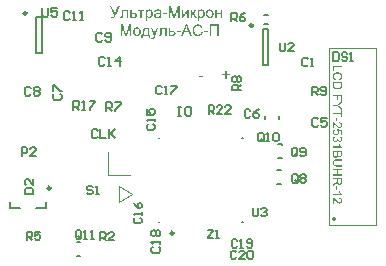
<source format=gto>
G04 Layer_Color=65535*
%FSLAX25Y25*%
%MOIN*%
G70*
G01*
G75*
%ADD33C,0.00787*%
%ADD35C,0.00984*%
%ADD56C,0.01000*%
%ADD57C,0.00394*%
%ADD58C,0.00591*%
%ADD59C,0.00606*%
G36*
X44961Y85531D02*
X44080D01*
Y83169D01*
X43616D01*
Y85531D01*
X42735D01*
Y85912D01*
X44961D01*
Y85531D01*
D02*
G37*
G36*
X49590Y85970D02*
X49627D01*
X49705Y85961D01*
X49795Y85953D01*
X49889Y85937D01*
X49984Y85916D01*
X50070Y85888D01*
X50074D01*
X50078Y85883D01*
X50090Y85879D01*
X50107Y85871D01*
X50143Y85855D01*
X50193Y85830D01*
X50246Y85802D01*
X50299Y85765D01*
X50348Y85724D01*
X50393Y85678D01*
X50398Y85674D01*
X50410Y85658D01*
X50430Y85629D01*
X50451Y85592D01*
X50476Y85547D01*
X50500Y85494D01*
X50525Y85432D01*
X50541Y85363D01*
Y85359D01*
X50545Y85338D01*
X50549Y85309D01*
X50553Y85264D01*
X50558Y85207D01*
X50562Y85133D01*
Y85088D01*
X50566Y85043D01*
Y84994D01*
Y84936D01*
Y84317D01*
Y84309D01*
Y84289D01*
Y84256D01*
Y84215D01*
Y84162D01*
Y84104D01*
X50570Y84039D01*
Y83973D01*
X50574Y83833D01*
Y83764D01*
X50578Y83698D01*
X50582Y83637D01*
X50586Y83583D01*
X50590Y83534D01*
X50594Y83497D01*
Y83489D01*
X50599Y83469D01*
X50607Y83436D01*
X50619Y83391D01*
X50635Y83341D01*
X50656Y83288D01*
X50681Y83227D01*
X50709Y83169D01*
X50225D01*
X50221Y83178D01*
X50213Y83194D01*
X50201Y83227D01*
X50188Y83268D01*
X50172Y83317D01*
X50156Y83374D01*
X50143Y83440D01*
X50135Y83514D01*
X50131Y83510D01*
X50123Y83505D01*
X50111Y83493D01*
X50090Y83477D01*
X50065Y83460D01*
X50041Y83436D01*
X49975Y83391D01*
X49897Y83337D01*
X49815Y83284D01*
X49725Y83239D01*
X49635Y83198D01*
X49631D01*
X49623Y83194D01*
X49610Y83190D01*
X49594Y83186D01*
X49573Y83178D01*
X49545Y83169D01*
X49483Y83153D01*
X49405Y83136D01*
X49319Y83120D01*
X49225Y83112D01*
X49123Y83108D01*
X49077D01*
X49049Y83112D01*
X49012Y83116D01*
X48967Y83120D01*
X48917Y83124D01*
X48868Y83136D01*
X48753Y83161D01*
X48639Y83198D01*
X48585Y83223D01*
X48528Y83255D01*
X48479Y83288D01*
X48430Y83325D01*
X48425Y83329D01*
X48417Y83337D01*
X48409Y83350D01*
X48393Y83366D01*
X48372Y83387D01*
X48352Y83415D01*
X48331Y83444D01*
X48311Y83481D01*
X48266Y83559D01*
X48225Y83657D01*
X48208Y83710D01*
X48200Y83768D01*
X48192Y83829D01*
X48188Y83891D01*
Y83895D01*
Y83899D01*
Y83924D01*
X48192Y83965D01*
X48200Y84014D01*
X48208Y84071D01*
X48225Y84133D01*
X48249Y84194D01*
X48278Y84260D01*
X48282Y84268D01*
X48294Y84289D01*
X48315Y84317D01*
X48344Y84358D01*
X48376Y84399D01*
X48417Y84444D01*
X48462Y84485D01*
X48516Y84526D01*
X48524Y84531D01*
X48544Y84543D01*
X48573Y84563D01*
X48614Y84584D01*
X48663Y84608D01*
X48721Y84633D01*
X48786Y84658D01*
X48852Y84678D01*
X48860D01*
X48877Y84686D01*
X48909Y84690D01*
X48954Y84703D01*
X49012Y84711D01*
X49086Y84723D01*
X49168Y84736D01*
X49266Y84748D01*
X49274D01*
X49291Y84752D01*
X49319Y84756D01*
X49356Y84760D01*
X49405Y84768D01*
X49459Y84777D01*
X49516Y84785D01*
X49582Y84793D01*
X49717Y84817D01*
X49852Y84846D01*
X49918Y84863D01*
X49984Y84879D01*
X50041Y84895D01*
X50094Y84912D01*
Y84916D01*
Y84928D01*
Y84945D01*
X50098Y84961D01*
Y85002D01*
Y85018D01*
Y85031D01*
Y85035D01*
Y85043D01*
Y85059D01*
Y85076D01*
X50090Y85125D01*
X50082Y85186D01*
X50065Y85252D01*
X50041Y85318D01*
X50008Y85379D01*
X49963Y85428D01*
X49955Y85437D01*
X49947Y85445D01*
X49930Y85453D01*
X49910Y85465D01*
X49889Y85478D01*
X49832Y85510D01*
X49758Y85539D01*
X49668Y85564D01*
X49561Y85580D01*
X49438Y85588D01*
X49385D01*
X49356Y85584D01*
X49327D01*
X49254Y85576D01*
X49176Y85560D01*
X49098Y85539D01*
X49020Y85510D01*
X48954Y85474D01*
X48946Y85469D01*
X48930Y85453D01*
X48901Y85420D01*
X48868Y85379D01*
X48831Y85326D01*
X48790Y85252D01*
X48758Y85170D01*
X48741Y85121D01*
X48725Y85068D01*
X48270Y85129D01*
Y85133D01*
X48274Y85141D01*
X48278Y85158D01*
X48282Y85178D01*
X48290Y85203D01*
X48298Y85232D01*
X48319Y85297D01*
X48348Y85371D01*
X48380Y85449D01*
X48421Y85527D01*
X48471Y85597D01*
Y85601D01*
X48479Y85605D01*
X48499Y85625D01*
X48532Y85658D01*
X48577Y85699D01*
X48635Y85744D01*
X48704Y85789D01*
X48786Y85834D01*
X48881Y85875D01*
X48885D01*
X48893Y85879D01*
X48909Y85883D01*
X48930Y85892D01*
X48954Y85900D01*
X48983Y85908D01*
X49020Y85916D01*
X49061Y85925D01*
X49102Y85933D01*
X49151Y85941D01*
X49258Y85957D01*
X49377Y85970D01*
X49504Y85974D01*
X49561D01*
X49590Y85970D01*
D02*
G37*
G36*
X40685Y84838D02*
X41328D01*
X41365Y84834D01*
X41414Y84830D01*
X41472Y84826D01*
X41533Y84817D01*
X41599Y84809D01*
X41743Y84785D01*
X41890Y84744D01*
X41964Y84719D01*
X42034Y84686D01*
X42099Y84654D01*
X42161Y84613D01*
X42165Y84608D01*
X42173Y84604D01*
X42189Y84588D01*
X42210Y84571D01*
X42235Y84551D01*
X42259Y84522D01*
X42288Y84490D01*
X42316Y84453D01*
X42345Y84412D01*
X42374Y84367D01*
X42399Y84313D01*
X42423Y84260D01*
X42444Y84202D01*
X42460Y84137D01*
X42468Y84071D01*
X42472Y83997D01*
Y83993D01*
Y83981D01*
Y83965D01*
X42468Y83940D01*
X42464Y83911D01*
X42460Y83874D01*
X42452Y83838D01*
X42439Y83797D01*
X42407Y83702D01*
X42386Y83653D01*
X42362Y83604D01*
X42333Y83555D01*
X42296Y83505D01*
X42255Y83456D01*
X42210Y83411D01*
X42206Y83407D01*
X42198Y83399D01*
X42181Y83391D01*
X42161Y83374D01*
X42132Y83354D01*
X42099Y83333D01*
X42058Y83313D01*
X42009Y83292D01*
X41956Y83268D01*
X41894Y83247D01*
X41824Y83227D01*
X41751Y83206D01*
X41669Y83190D01*
X41583Y83182D01*
X41484Y83173D01*
X41382Y83169D01*
X40221D01*
Y85912D01*
X40685D01*
Y84838D01*
D02*
G37*
G36*
X66814Y85970D02*
X66855D01*
X66904Y85961D01*
X66957Y85953D01*
X67019Y85941D01*
X67089Y85929D01*
X67158Y85908D01*
X67236Y85883D01*
X67310Y85851D01*
X67388Y85818D01*
X67466Y85773D01*
X67540Y85724D01*
X67614Y85666D01*
X67683Y85601D01*
X67687Y85597D01*
X67700Y85584D01*
X67716Y85564D01*
X67741Y85531D01*
X67765Y85494D01*
X67798Y85449D01*
X67831Y85396D01*
X67864Y85334D01*
X67896Y85264D01*
X67929Y85186D01*
X67962Y85105D01*
X67987Y85014D01*
X68011Y84916D01*
X68028Y84809D01*
X68040Y84694D01*
X68044Y84576D01*
Y84571D01*
Y84551D01*
Y84526D01*
X68040Y84490D01*
Y84444D01*
X68036Y84391D01*
X68032Y84334D01*
X68024Y84272D01*
X68007Y84141D01*
X67978Y84002D01*
X67937Y83866D01*
X67913Y83805D01*
X67884Y83743D01*
Y83739D01*
X67876Y83731D01*
X67868Y83715D01*
X67855Y83694D01*
X67839Y83670D01*
X67818Y83637D01*
X67765Y83571D01*
X67700Y83493D01*
X67622Y83415D01*
X67527Y83341D01*
X67421Y83272D01*
X67417D01*
X67409Y83264D01*
X67392Y83255D01*
X67368Y83247D01*
X67339Y83235D01*
X67306Y83218D01*
X67269Y83206D01*
X67224Y83190D01*
X67179Y83173D01*
X67126Y83161D01*
X67015Y83132D01*
X66892Y83116D01*
X66761Y83108D01*
X66736D01*
X66707Y83112D01*
X66666D01*
X66617Y83120D01*
X66560Y83128D01*
X66498Y83141D01*
X66429Y83153D01*
X66355Y83173D01*
X66281Y83198D01*
X66203Y83227D01*
X66125Y83264D01*
X66047Y83305D01*
X65974Y83354D01*
X65900Y83411D01*
X65830Y83477D01*
X65826Y83481D01*
X65814Y83493D01*
X65797Y83514D01*
X65777Y83547D01*
X65748Y83583D01*
X65719Y83628D01*
X65687Y83686D01*
X65654Y83747D01*
X65621Y83821D01*
X65588Y83899D01*
X65559Y83985D01*
X65531Y84079D01*
X65510Y84182D01*
X65494Y84293D01*
X65482Y84412D01*
X65477Y84539D01*
Y84543D01*
Y84547D01*
Y84571D01*
X65482Y84613D01*
X65486Y84662D01*
X65490Y84727D01*
X65498Y84801D01*
X65514Y84879D01*
X65531Y84965D01*
X65551Y85055D01*
X65580Y85150D01*
X65617Y85244D01*
X65654Y85338D01*
X65703Y85428D01*
X65760Y85514D01*
X65826Y85592D01*
X65900Y85666D01*
X65904Y85670D01*
X65916Y85678D01*
X65937Y85695D01*
X65961Y85715D01*
X65998Y85736D01*
X66039Y85765D01*
X66084Y85793D01*
X66142Y85822D01*
X66199Y85851D01*
X66265Y85875D01*
X66334Y85904D01*
X66412Y85925D01*
X66494Y85945D01*
X66576Y85961D01*
X66666Y85970D01*
X66761Y85974D01*
X66785D01*
X66814Y85970D01*
D02*
G37*
G36*
X39529Y83169D02*
X39065D01*
Y85531D01*
X37835D01*
Y84162D01*
Y84157D01*
Y84141D01*
Y84116D01*
Y84084D01*
Y84047D01*
Y84002D01*
X37831Y83952D01*
Y83903D01*
X37827Y83797D01*
X37823Y83694D01*
X37819Y83645D01*
X37815Y83600D01*
X37806Y83563D01*
X37802Y83530D01*
Y83522D01*
X37794Y83505D01*
X37786Y83477D01*
X37770Y83440D01*
X37745Y83399D01*
X37716Y83354D01*
X37679Y83309D01*
X37630Y83264D01*
X37622Y83259D01*
X37606Y83247D01*
X37573Y83227D01*
X37532Y83210D01*
X37474Y83190D01*
X37405Y83169D01*
X37327Y83157D01*
X37233Y83153D01*
X37171D01*
X37126Y83157D01*
X37069D01*
X37007Y83161D01*
X36937Y83165D01*
X36859Y83173D01*
Y83559D01*
X37110D01*
X37138Y83563D01*
X37208Y83571D01*
X37241Y83579D01*
X37265Y83587D01*
X37269D01*
X37273Y83592D01*
X37298Y83612D01*
X37327Y83641D01*
X37347Y83682D01*
Y83686D01*
X37351Y83698D01*
X37356Y83723D01*
Y83739D01*
X37360Y83760D01*
X37364Y83784D01*
Y83813D01*
X37368Y83846D01*
Y83887D01*
Y83932D01*
X37372Y83981D01*
Y84039D01*
Y84100D01*
Y85912D01*
X39529D01*
Y83169D01*
D02*
G37*
G36*
X110851Y37692D02*
Y37688D01*
Y37675D01*
Y37659D01*
Y37636D01*
X110848Y37606D01*
Y37570D01*
X110845Y37534D01*
X110838Y37491D01*
X110828Y37406D01*
X110812Y37311D01*
X110789Y37222D01*
X110756Y37137D01*
Y37134D01*
X110753Y37127D01*
X110746Y37117D01*
X110740Y37101D01*
X110717Y37065D01*
X110687Y37016D01*
X110648Y36963D01*
X110599Y36911D01*
X110540Y36858D01*
X110474Y36809D01*
X110471D01*
X110464Y36803D01*
X110454Y36799D01*
X110441Y36790D01*
X110425Y36780D01*
X110402Y36770D01*
X110353Y36747D01*
X110294Y36727D01*
X110225Y36707D01*
X110153Y36694D01*
X110074Y36688D01*
X110041D01*
X110005Y36694D01*
X109956Y36701D01*
X109900Y36714D01*
X109838Y36734D01*
X109775Y36760D01*
X109710Y36796D01*
X109707D01*
X109703Y36799D01*
X109693Y36806D01*
X109680Y36816D01*
X109651Y36839D01*
X109611Y36875D01*
X109569Y36917D01*
X109523Y36973D01*
X109477Y37036D01*
X109434Y37111D01*
Y37108D01*
X109431Y37098D01*
X109424Y37085D01*
X109418Y37065D01*
X109408Y37042D01*
X109398Y37016D01*
X109369Y36957D01*
X109333Y36888D01*
X109283Y36819D01*
X109228Y36750D01*
X109159Y36691D01*
X109155Y36688D01*
X109149Y36685D01*
X109139Y36678D01*
X109126Y36668D01*
X109106Y36655D01*
X109083Y36642D01*
X109057Y36629D01*
X109028Y36616D01*
X108962Y36589D01*
X108883Y36563D01*
X108795Y36547D01*
X108749Y36540D01*
X108663D01*
X108644Y36544D01*
X108624D01*
X108572Y36550D01*
X108509Y36563D01*
X108444Y36580D01*
X108372Y36603D01*
X108303Y36632D01*
X108299D01*
X108296Y36635D01*
X108286Y36642D01*
X108273Y36648D01*
X108240Y36668D01*
X108201Y36694D01*
X108155Y36724D01*
X108109Y36763D01*
X108063Y36806D01*
X108021Y36855D01*
X108017Y36862D01*
X108004Y36878D01*
X107988Y36908D01*
X107965Y36947D01*
X107942Y36993D01*
X107916Y37049D01*
X107893Y37114D01*
X107873Y37186D01*
Y37190D01*
X107870Y37196D01*
Y37206D01*
X107867Y37222D01*
X107863Y37242D01*
X107857Y37265D01*
X107853Y37291D01*
X107850Y37321D01*
X107843Y37354D01*
X107840Y37393D01*
X107830Y37475D01*
X107827Y37570D01*
X107824Y37675D01*
Y38826D01*
X110851D01*
Y37692D01*
D02*
G37*
G36*
X59696Y83169D02*
X59233D01*
Y85248D01*
X57942Y83169D01*
X57446D01*
Y85912D01*
X57909D01*
Y83817D01*
X59200Y85912D01*
X59696D01*
Y83169D01*
D02*
G37*
G36*
X52530Y84305D02*
X51099D01*
Y84772D01*
X52530D01*
Y84305D01*
D02*
G37*
G36*
X56699Y83169D02*
X56216D01*
Y86339D01*
X55108Y83169D01*
X54658D01*
X53567Y86392D01*
Y83169D01*
X53083D01*
Y86954D01*
X53833D01*
X54731Y84272D01*
Y84268D01*
X54735Y84256D01*
X54744Y84235D01*
X54752Y84211D01*
X54760Y84182D01*
X54772Y84145D01*
X54801Y84063D01*
X54830Y83973D01*
X54858Y83879D01*
X54887Y83793D01*
X54899Y83751D01*
X54912Y83715D01*
Y83719D01*
X54916Y83723D01*
X54920Y83735D01*
X54924Y83751D01*
X54932Y83776D01*
X54940Y83801D01*
X54949Y83833D01*
X54961Y83866D01*
X54973Y83907D01*
X54990Y83952D01*
X55006Y84002D01*
X55022Y84059D01*
X55043Y84116D01*
X55063Y84182D01*
X55088Y84248D01*
X55113Y84321D01*
X56023Y86954D01*
X56699D01*
Y83169D01*
D02*
G37*
G36*
X110851Y35583D02*
X109037D01*
X109005Y35579D01*
X108969D01*
X108926Y35576D01*
X108883Y35573D01*
X108788Y35566D01*
X108693Y35553D01*
X108601Y35533D01*
X108559Y35524D01*
X108522Y35510D01*
X108519D01*
X108516Y35507D01*
X108506Y35504D01*
X108493Y35497D01*
X108457Y35478D01*
X108417Y35451D01*
X108368Y35418D01*
X108322Y35376D01*
X108276Y35323D01*
X108234Y35261D01*
Y35258D01*
X108231Y35251D01*
X108224Y35241D01*
X108217Y35228D01*
X108211Y35212D01*
X108204Y35189D01*
X108194Y35166D01*
X108185Y35140D01*
X108168Y35074D01*
X108152Y34999D01*
X108139Y34913D01*
X108135Y34822D01*
Y34815D01*
Y34802D01*
Y34779D01*
X108139Y34749D01*
X108142Y34713D01*
X108145Y34671D01*
X108152Y34625D01*
X108162Y34576D01*
X108185Y34474D01*
X108201Y34421D01*
X108221Y34369D01*
X108244Y34320D01*
X108270Y34274D01*
X108299Y34231D01*
X108335Y34192D01*
X108339Y34189D01*
X108345Y34182D01*
X108359Y34175D01*
X108375Y34162D01*
X108398Y34149D01*
X108427Y34133D01*
X108463Y34113D01*
X108506Y34097D01*
X108555Y34080D01*
X108611Y34061D01*
X108673Y34044D01*
X108742Y34031D01*
X108821Y34018D01*
X108906Y34008D01*
X109001Y34005D01*
X109103Y34001D01*
X110851D01*
Y33601D01*
X109028D01*
X108988Y33605D01*
X108946Y33608D01*
X108896Y33611D01*
X108841Y33615D01*
X108726Y33628D01*
X108605Y33644D01*
X108486Y33670D01*
X108431Y33687D01*
X108378Y33706D01*
X108375D01*
X108365Y33710D01*
X108352Y33716D01*
X108332Y33726D01*
X108309Y33739D01*
X108283Y33752D01*
X108224Y33792D01*
X108188Y33815D01*
X108155Y33841D01*
X108116Y33874D01*
X108080Y33906D01*
X108044Y33946D01*
X108008Y33985D01*
X107975Y34031D01*
X107942Y34080D01*
X107939Y34084D01*
X107935Y34093D01*
X107925Y34106D01*
X107916Y34130D01*
X107903Y34156D01*
X107889Y34189D01*
X107873Y34225D01*
X107860Y34271D01*
X107843Y34316D01*
X107827Y34369D01*
X107814Y34428D01*
X107801Y34490D01*
X107791Y34559D01*
X107781Y34631D01*
X107778Y34707D01*
X107775Y34785D01*
Y34789D01*
Y34805D01*
Y34828D01*
X107778Y34858D01*
Y34894D01*
X107781Y34933D01*
X107788Y34982D01*
X107794Y35032D01*
X107811Y35143D01*
X107837Y35261D01*
X107873Y35376D01*
X107893Y35432D01*
X107919Y35484D01*
X107922Y35487D01*
X107925Y35497D01*
X107935Y35510D01*
X107945Y35527D01*
X107962Y35550D01*
X107981Y35576D01*
X108001Y35602D01*
X108027Y35632D01*
X108086Y35697D01*
X108158Y35760D01*
X108244Y35819D01*
X108293Y35845D01*
X108342Y35868D01*
X108345D01*
X108355Y35871D01*
X108372Y35878D01*
X108395Y35884D01*
X108421Y35894D01*
X108457Y35904D01*
X108496Y35914D01*
X108542Y35924D01*
X108595Y35937D01*
X108650Y35947D01*
X108713Y35956D01*
X108782Y35963D01*
X108854Y35973D01*
X108932Y35976D01*
X109014Y35983D01*
X110851D01*
Y35583D01*
D02*
G37*
G36*
Y32519D02*
X109608D01*
Y30948D01*
X110851D01*
Y30548D01*
X107824D01*
Y30948D01*
X109251D01*
Y32519D01*
X107824D01*
Y32919D01*
X110851D01*
Y32519D01*
D02*
G37*
G36*
X107906Y48414D02*
X107945Y48411D01*
X107988Y48401D01*
X108034Y48391D01*
X108080Y48375D01*
X108083D01*
X108089Y48371D01*
X108099Y48368D01*
X108116Y48361D01*
X108132Y48351D01*
X108155Y48342D01*
X108208Y48315D01*
X108270Y48283D01*
X108339Y48240D01*
X108411Y48191D01*
X108483Y48132D01*
X108486Y48129D01*
X108493Y48125D01*
X108503Y48115D01*
X108519Y48099D01*
X108536Y48083D01*
X108559Y48060D01*
X108585Y48037D01*
X108614Y48007D01*
X108647Y47974D01*
X108680Y47938D01*
X108719Y47899D01*
X108759Y47853D01*
X108801Y47807D01*
X108844Y47755D01*
X108890Y47702D01*
X108939Y47643D01*
X108942Y47637D01*
X108959Y47620D01*
X108978Y47597D01*
X109008Y47564D01*
X109041Y47525D01*
X109080Y47479D01*
X109123Y47427D01*
X109172Y47374D01*
X109274Y47263D01*
X109382Y47154D01*
X109434Y47102D01*
X109487Y47053D01*
X109536Y47010D01*
X109582Y46974D01*
X109585Y46971D01*
X109592Y46967D01*
X109605Y46957D01*
X109621Y46948D01*
X109644Y46931D01*
X109667Y46918D01*
X109726Y46885D01*
X109795Y46853D01*
X109871Y46823D01*
X109949Y46803D01*
X109989Y46800D01*
X110028Y46797D01*
X110051D01*
X110064Y46800D01*
X110084D01*
X110107Y46807D01*
X110156Y46817D01*
X110215Y46836D01*
X110277Y46866D01*
X110310Y46882D01*
X110340Y46905D01*
X110369Y46928D01*
X110399Y46957D01*
X110402Y46961D01*
X110405Y46964D01*
X110412Y46974D01*
X110422Y46987D01*
X110435Y47003D01*
X110448Y47023D01*
X110477Y47069D01*
X110504Y47131D01*
X110530Y47200D01*
X110546Y47282D01*
X110553Y47328D01*
Y47374D01*
Y47377D01*
Y47387D01*
Y47400D01*
X110549Y47420D01*
Y47443D01*
X110543Y47469D01*
X110533Y47528D01*
X110513Y47597D01*
X110484Y47669D01*
X110464Y47705D01*
X110445Y47741D01*
X110418Y47774D01*
X110389Y47807D01*
X110386Y47810D01*
X110382Y47814D01*
X110372Y47820D01*
X110359Y47833D01*
X110343Y47843D01*
X110323Y47856D01*
X110300Y47873D01*
X110274Y47886D01*
X110245Y47902D01*
X110212Y47915D01*
X110133Y47941D01*
X110048Y47961D01*
X109999Y47965D01*
X109946Y47968D01*
X109985Y48348D01*
X109992D01*
X110005Y48345D01*
X110025Y48342D01*
X110054Y48338D01*
X110090Y48332D01*
X110133Y48322D01*
X110179Y48312D01*
X110228Y48296D01*
X110277Y48279D01*
X110333Y48260D01*
X110386Y48233D01*
X110438Y48207D01*
X110494Y48174D01*
X110543Y48138D01*
X110592Y48099D01*
X110635Y48053D01*
X110638Y48050D01*
X110645Y48040D01*
X110654Y48027D01*
X110671Y48007D01*
X110687Y47981D01*
X110707Y47948D01*
X110727Y47912D01*
X110750Y47869D01*
X110769Y47824D01*
X110789Y47771D01*
X110809Y47715D01*
X110825Y47653D01*
X110841Y47587D01*
X110851Y47518D01*
X110858Y47443D01*
X110861Y47364D01*
Y47358D01*
Y47345D01*
Y47322D01*
X110858Y47292D01*
X110855Y47256D01*
X110848Y47213D01*
X110841Y47164D01*
X110832Y47115D01*
X110819Y47059D01*
X110802Y47003D01*
X110782Y46944D01*
X110759Y46889D01*
X110730Y46830D01*
X110697Y46774D01*
X110661Y46721D01*
X110618Y46672D01*
X110615Y46669D01*
X110609Y46662D01*
X110592Y46649D01*
X110576Y46633D01*
X110553Y46613D01*
X110523Y46590D01*
X110491Y46567D01*
X110451Y46544D01*
X110412Y46521D01*
X110366Y46498D01*
X110317Y46475D01*
X110264Y46456D01*
X110205Y46439D01*
X110146Y46426D01*
X110084Y46420D01*
X110018Y46416D01*
X109989D01*
X109953Y46420D01*
X109907Y46426D01*
X109851Y46436D01*
X109792Y46449D01*
X109726Y46466D01*
X109661Y46492D01*
X109657D01*
X109654Y46495D01*
X109644Y46498D01*
X109631Y46505D01*
X109595Y46525D01*
X109549Y46551D01*
X109493Y46587D01*
X109431Y46630D01*
X109365Y46679D01*
X109293Y46741D01*
X109290Y46744D01*
X109283Y46748D01*
X109274Y46761D01*
X109257Y46774D01*
X109238Y46793D01*
X109215Y46817D01*
X109185Y46843D01*
X109155Y46876D01*
X109119Y46915D01*
X109080Y46957D01*
X109034Y47003D01*
X108988Y47056D01*
X108936Y47112D01*
X108883Y47174D01*
X108824Y47243D01*
X108762Y47315D01*
X108759Y47318D01*
X108749Y47328D01*
X108736Y47348D01*
X108716Y47368D01*
X108693Y47397D01*
X108667Y47427D01*
X108608Y47495D01*
X108545Y47568D01*
X108480Y47637D01*
X108450Y47669D01*
X108424Y47699D01*
X108398Y47725D01*
X108378Y47745D01*
X108375Y47748D01*
X108362Y47761D01*
X108342Y47778D01*
X108316Y47800D01*
X108286Y47827D01*
X108254Y47853D01*
X108181Y47905D01*
Y46413D01*
X107824D01*
Y48417D01*
X107873D01*
X107906Y48414D01*
D02*
G37*
G36*
X109106Y48673D02*
X108732D01*
Y49818D01*
X109106D01*
Y48673D01*
D02*
G37*
G36*
X108647Y45623D02*
X108644D01*
X108634Y45619D01*
X108621Y45616D01*
X108601Y45613D01*
X108578Y45609D01*
X108549Y45600D01*
X108486Y45583D01*
X108417Y45557D01*
X108345Y45521D01*
X108280Y45478D01*
X108250Y45452D01*
X108221Y45426D01*
Y45423D01*
X108214Y45419D01*
X108208Y45409D01*
X108198Y45396D01*
X108175Y45364D01*
X108152Y45318D01*
X108126Y45262D01*
X108103Y45196D01*
X108086Y45124D01*
X108083Y45085D01*
X108080Y45042D01*
Y45039D01*
Y45029D01*
Y45016D01*
X108083Y44996D01*
X108086Y44973D01*
X108089Y44947D01*
X108106Y44885D01*
X108129Y44812D01*
X108145Y44776D01*
X108165Y44737D01*
X108188Y44698D01*
X108214Y44662D01*
X108244Y44625D01*
X108280Y44589D01*
X108283Y44586D01*
X108290Y44583D01*
X108299Y44573D01*
X108316Y44560D01*
X108339Y44547D01*
X108362Y44530D01*
X108391Y44514D01*
X108424Y44494D01*
X108460Y44478D01*
X108500Y44462D01*
X108545Y44445D01*
X108591Y44432D01*
X108644Y44419D01*
X108700Y44409D01*
X108755Y44406D01*
X108818Y44402D01*
X108847D01*
X108870Y44406D01*
X108896Y44409D01*
X108929Y44412D01*
X108962Y44419D01*
X109001Y44425D01*
X109080Y44445D01*
X109165Y44478D01*
X109205Y44497D01*
X109244Y44524D01*
X109283Y44550D01*
X109319Y44583D01*
X109323Y44586D01*
X109326Y44589D01*
X109336Y44603D01*
X109349Y44616D01*
X109362Y44632D01*
X109379Y44655D01*
X109395Y44678D01*
X109415Y44708D01*
X109431Y44740D01*
X109447Y44773D01*
X109477Y44855D01*
X109490Y44898D01*
X109500Y44947D01*
X109503Y44996D01*
X109506Y45049D01*
Y45052D01*
Y45055D01*
Y45065D01*
Y45078D01*
X109503Y45114D01*
X109497Y45157D01*
X109487Y45209D01*
X109470Y45265D01*
X109451Y45321D01*
X109421Y45377D01*
X109418Y45383D01*
X109408Y45399D01*
X109388Y45426D01*
X109365Y45459D01*
X109333Y45491D01*
X109297Y45531D01*
X109254Y45567D01*
X109208Y45600D01*
X109257Y45947D01*
X110812Y45655D01*
Y44150D01*
X110458D01*
Y45360D01*
X109644Y45521D01*
X109648Y45518D01*
X109654Y45508D01*
X109661Y45495D01*
X109674Y45475D01*
X109687Y45449D01*
X109703Y45419D01*
X109723Y45386D01*
X109739Y45347D01*
X109756Y45308D01*
X109775Y45262D01*
X109805Y45167D01*
X109818Y45114D01*
X109828Y45062D01*
X109831Y45006D01*
X109835Y44950D01*
Y44947D01*
Y44934D01*
X109831Y44911D01*
Y44885D01*
X109825Y44852D01*
X109821Y44812D01*
X109811Y44767D01*
X109802Y44721D01*
X109785Y44668D01*
X109769Y44616D01*
X109746Y44560D01*
X109720Y44504D01*
X109687Y44448D01*
X109651Y44393D01*
X109608Y44337D01*
X109559Y44284D01*
X109556Y44281D01*
X109546Y44271D01*
X109529Y44258D01*
X109510Y44242D01*
X109484Y44219D01*
X109447Y44196D01*
X109411Y44173D01*
X109369Y44147D01*
X109319Y44120D01*
X109264Y44097D01*
X109208Y44071D01*
X109142Y44051D01*
X109077Y44035D01*
X109005Y44022D01*
X108929Y44012D01*
X108851Y44009D01*
X108811D01*
X108782Y44012D01*
X108746Y44015D01*
X108706Y44022D01*
X108660Y44028D01*
X108608Y44038D01*
X108555Y44051D01*
X108496Y44068D01*
X108437Y44087D01*
X108378Y44111D01*
X108319Y44137D01*
X108257Y44170D01*
X108198Y44206D01*
X108142Y44248D01*
X108139Y44251D01*
X108126Y44261D01*
X108109Y44278D01*
X108086Y44301D01*
X108057Y44330D01*
X108027Y44366D01*
X107991Y44409D01*
X107958Y44458D01*
X107925Y44511D01*
X107889Y44570D01*
X107860Y44635D01*
X107834Y44708D01*
X107807Y44783D01*
X107791Y44865D01*
X107778Y44950D01*
X107775Y45042D01*
Y45045D01*
Y45062D01*
Y45081D01*
X107778Y45111D01*
X107781Y45147D01*
X107788Y45186D01*
X107794Y45232D01*
X107804Y45281D01*
X107814Y45334D01*
X107830Y45390D01*
X107850Y45445D01*
X107873Y45501D01*
X107899Y45557D01*
X107929Y45613D01*
X107965Y45665D01*
X108004Y45718D01*
X108008Y45721D01*
X108014Y45728D01*
X108027Y45741D01*
X108047Y45757D01*
X108070Y45780D01*
X108096Y45803D01*
X108129Y45826D01*
X108168Y45852D01*
X108208Y45878D01*
X108254Y45905D01*
X108306Y45928D01*
X108359Y45951D01*
X108417Y45974D01*
X108480Y45990D01*
X108549Y46003D01*
X108618Y46013D01*
X108647Y45623D01*
D02*
G37*
G36*
X110103Y41024D02*
X110107Y41014D01*
X110117Y40998D01*
X110126Y40975D01*
X110140Y40949D01*
X110159Y40916D01*
X110179Y40880D01*
X110199Y40844D01*
X110251Y40758D01*
X110313Y40666D01*
X110379Y40571D01*
X110454Y40483D01*
X110458Y40479D01*
X110464Y40473D01*
X110474Y40460D01*
X110491Y40444D01*
X110510Y40427D01*
X110530Y40404D01*
X110586Y40355D01*
X110645Y40299D01*
X110714Y40243D01*
X110786Y40194D01*
X110861Y40152D01*
Y39912D01*
X107824D01*
Y40283D01*
X110189D01*
X110182Y40289D01*
X110166Y40306D01*
X110143Y40335D01*
X110110Y40378D01*
X110071Y40427D01*
X110028Y40489D01*
X109982Y40558D01*
X109933Y40637D01*
Y40640D01*
X109926Y40647D01*
X109920Y40657D01*
X109913Y40673D01*
X109900Y40693D01*
X109890Y40716D01*
X109861Y40768D01*
X109831Y40827D01*
X109798Y40893D01*
X109769Y40962D01*
X109743Y41027D01*
X110100D01*
X110103Y41024D01*
D02*
G37*
G36*
X108673Y43290D02*
X108670D01*
X108660Y43287D01*
X108644Y43284D01*
X108621Y43277D01*
X108595Y43271D01*
X108565Y43264D01*
X108496Y43241D01*
X108421Y43212D01*
X108345Y43176D01*
X108276Y43130D01*
X108247Y43104D01*
X108217Y43077D01*
Y43074D01*
X108211Y43071D01*
X108204Y43061D01*
X108194Y43051D01*
X108175Y43018D01*
X108149Y42972D01*
X108122Y42917D01*
X108103Y42854D01*
X108086Y42779D01*
X108080Y42700D01*
Y42697D01*
Y42687D01*
Y42674D01*
X108083Y42654D01*
X108086Y42634D01*
X108089Y42605D01*
X108103Y42546D01*
X108122Y42474D01*
X108155Y42398D01*
X108178Y42362D01*
X108201Y42326D01*
X108227Y42290D01*
X108260Y42254D01*
X108263Y42251D01*
X108270Y42247D01*
X108280Y42238D01*
X108293Y42224D01*
X108309Y42211D01*
X108332Y42198D01*
X108355Y42182D01*
X108385Y42162D01*
X108450Y42129D01*
X108526Y42103D01*
X108614Y42080D01*
X108660Y42077D01*
X108709Y42074D01*
X108736D01*
X108752Y42077D01*
X108775Y42080D01*
X108798Y42083D01*
X108857Y42093D01*
X108926Y42116D01*
X108995Y42146D01*
X109031Y42165D01*
X109064Y42188D01*
X109097Y42215D01*
X109129Y42244D01*
X109133Y42247D01*
X109136Y42251D01*
X109146Y42261D01*
X109155Y42274D01*
X109169Y42290D01*
X109182Y42310D01*
X109215Y42359D01*
X109244Y42421D01*
X109270Y42494D01*
X109290Y42575D01*
X109293Y42621D01*
X109297Y42667D01*
Y42671D01*
Y42687D01*
X109293Y42710D01*
Y42739D01*
X109287Y42779D01*
X109280Y42821D01*
X109270Y42874D01*
X109257Y42930D01*
X109582Y42890D01*
Y42887D01*
Y42884D01*
X109579Y42867D01*
X109575Y42848D01*
Y42828D01*
Y42825D01*
Y42818D01*
Y42805D01*
X109579Y42789D01*
Y42766D01*
X109582Y42743D01*
X109592Y42687D01*
X109605Y42621D01*
X109628Y42549D01*
X109657Y42474D01*
X109700Y42402D01*
Y42398D01*
X109707Y42392D01*
X109713Y42385D01*
X109723Y42372D01*
X109753Y42339D01*
X109795Y42303D01*
X109848Y42270D01*
X109913Y42238D01*
X109949Y42224D01*
X109992Y42218D01*
X110035Y42211D01*
X110081Y42208D01*
X110100D01*
X110117Y42211D01*
X110153Y42215D01*
X110202Y42224D01*
X110254Y42241D01*
X110310Y42267D01*
X110369Y42303D01*
X110395Y42323D01*
X110422Y42349D01*
X110428Y42356D01*
X110441Y42375D01*
X110464Y42405D01*
X110491Y42444D01*
X110513Y42497D01*
X110536Y42559D01*
X110549Y42628D01*
X110556Y42707D01*
Y42710D01*
Y42717D01*
Y42726D01*
X110553Y42743D01*
Y42762D01*
X110549Y42782D01*
X110540Y42835D01*
X110523Y42890D01*
X110497Y42953D01*
X110464Y43012D01*
X110418Y43071D01*
X110412Y43077D01*
X110392Y43094D01*
X110363Y43120D01*
X110317Y43146D01*
X110261Y43179D01*
X110189Y43209D01*
X110107Y43235D01*
X110012Y43254D01*
X110077Y43625D01*
X110081D01*
X110094Y43622D01*
X110113Y43619D01*
X110140Y43612D01*
X110169Y43602D01*
X110205Y43592D01*
X110245Y43579D01*
X110287Y43563D01*
X110382Y43520D01*
X110428Y43497D01*
X110477Y43468D01*
X110523Y43435D01*
X110569Y43399D01*
X110615Y43359D01*
X110654Y43317D01*
X110658Y43314D01*
X110664Y43307D01*
X110674Y43290D01*
X110687Y43274D01*
X110704Y43248D01*
X110720Y43222D01*
X110740Y43189D01*
X110759Y43150D01*
X110776Y43110D01*
X110795Y43064D01*
X110812Y43015D01*
X110828Y42963D01*
X110841Y42903D01*
X110851Y42844D01*
X110858Y42782D01*
X110861Y42717D01*
Y42713D01*
Y42707D01*
Y42693D01*
Y42674D01*
X110858Y42651D01*
X110855Y42628D01*
X110848Y42566D01*
X110835Y42497D01*
X110815Y42418D01*
X110789Y42339D01*
X110753Y42261D01*
Y42257D01*
X110750Y42251D01*
X110743Y42241D01*
X110733Y42224D01*
X110710Y42188D01*
X110677Y42143D01*
X110635Y42090D01*
X110586Y42037D01*
X110530Y41985D01*
X110464Y41939D01*
X110461D01*
X110458Y41936D01*
X110445Y41929D01*
X110431Y41923D01*
X110415Y41913D01*
X110395Y41903D01*
X110346Y41883D01*
X110287Y41864D01*
X110222Y41844D01*
X110149Y41831D01*
X110074Y41828D01*
X110041D01*
X110002Y41834D01*
X109956Y41841D01*
X109900Y41854D01*
X109841Y41873D01*
X109779Y41900D01*
X109716Y41936D01*
X109713D01*
X109710Y41939D01*
X109690Y41956D01*
X109661Y41978D01*
X109625Y42015D01*
X109582Y42057D01*
X109539Y42113D01*
X109500Y42175D01*
X109461Y42247D01*
Y42244D01*
X109457Y42234D01*
X109454Y42221D01*
X109447Y42202D01*
X109441Y42182D01*
X109431Y42156D01*
X109405Y42093D01*
X109369Y42028D01*
X109326Y41959D01*
X109270Y41890D01*
X109201Y41831D01*
X109198Y41828D01*
X109192Y41824D01*
X109182Y41818D01*
X109165Y41808D01*
X109149Y41795D01*
X109126Y41782D01*
X109100Y41769D01*
X109067Y41756D01*
X109034Y41742D01*
X108998Y41729D01*
X108916Y41703D01*
X108821Y41687D01*
X108768Y41680D01*
X108700D01*
X108677Y41683D01*
X108650D01*
X108614Y41690D01*
X108575Y41696D01*
X108532Y41703D01*
X108483Y41716D01*
X108431Y41732D01*
X108378Y41752D01*
X108322Y41775D01*
X108267Y41805D01*
X108208Y41837D01*
X108152Y41877D01*
X108096Y41919D01*
X108044Y41972D01*
X108040Y41975D01*
X108030Y41985D01*
X108017Y42001D01*
X108001Y42024D01*
X107981Y42051D01*
X107958Y42087D01*
X107932Y42126D01*
X107909Y42172D01*
X107883Y42221D01*
X107857Y42277D01*
X107834Y42336D01*
X107814Y42402D01*
X107798Y42470D01*
X107784Y42543D01*
X107775Y42618D01*
X107771Y42700D01*
Y42703D01*
Y42717D01*
X107775Y42739D01*
Y42766D01*
X107778Y42802D01*
X107784Y42841D01*
X107791Y42884D01*
X107801Y42933D01*
X107814Y42985D01*
X107830Y43038D01*
X107847Y43094D01*
X107870Y43150D01*
X107899Y43205D01*
X107929Y43258D01*
X107965Y43314D01*
X108008Y43363D01*
X108011Y43366D01*
X108017Y43372D01*
X108030Y43386D01*
X108050Y43405D01*
X108073Y43425D01*
X108103Y43448D01*
X108135Y43471D01*
X108175Y43497D01*
X108214Y43523D01*
X108263Y43550D01*
X108313Y43576D01*
X108368Y43599D01*
X108427Y43619D01*
X108490Y43638D01*
X108555Y43651D01*
X108624Y43661D01*
X108673Y43290D01*
D02*
G37*
G36*
X110851Y50037D02*
X110494D01*
Y51035D01*
X107824D01*
Y51435D01*
X110494D01*
Y52432D01*
X110851D01*
Y50037D01*
D02*
G37*
G36*
X109438Y65001D02*
X109480Y64998D01*
X109529Y64994D01*
X109582Y64988D01*
X109641Y64981D01*
X109703Y64971D01*
X109769Y64961D01*
X109910Y64929D01*
X109979Y64906D01*
X110048Y64883D01*
X110120Y64856D01*
X110185Y64824D01*
X110189Y64820D01*
X110202Y64814D01*
X110218Y64804D01*
X110245Y64791D01*
X110274Y64771D01*
X110307Y64748D01*
X110343Y64722D01*
X110386Y64692D01*
X110425Y64656D01*
X110471Y64620D01*
X110513Y64578D01*
X110559Y64532D01*
X110602Y64483D01*
X110645Y64430D01*
X110684Y64371D01*
X110720Y64312D01*
X110723Y64309D01*
X110727Y64296D01*
X110737Y64279D01*
X110750Y64253D01*
X110763Y64223D01*
X110779Y64184D01*
X110795Y64141D01*
X110812Y64095D01*
X110828Y64043D01*
X110845Y63984D01*
X110861Y63925D01*
X110874Y63859D01*
X110897Y63725D01*
X110900Y63653D01*
X110904Y63577D01*
Y63571D01*
Y63558D01*
Y63535D01*
X110900Y63502D01*
X110897Y63463D01*
X110891Y63417D01*
X110884Y63367D01*
X110874Y63312D01*
X110861Y63253D01*
X110848Y63190D01*
X110828Y63128D01*
X110805Y63062D01*
X110779Y62997D01*
X110746Y62934D01*
X110714Y62872D01*
X110671Y62813D01*
X110668Y62810D01*
X110661Y62800D01*
X110648Y62783D01*
X110628Y62764D01*
X110605Y62738D01*
X110576Y62708D01*
X110543Y62679D01*
X110504Y62643D01*
X110461Y62606D01*
X110412Y62570D01*
X110359Y62534D01*
X110300Y62501D01*
X110238Y62465D01*
X110169Y62436D01*
X110097Y62406D01*
X110021Y62380D01*
X109930Y62774D01*
X109933D01*
X109943Y62780D01*
X109962Y62783D01*
X109985Y62793D01*
X110012Y62803D01*
X110041Y62820D01*
X110113Y62852D01*
X110192Y62895D01*
X110274Y62951D01*
X110349Y63010D01*
X110382Y63046D01*
X110412Y63082D01*
X110415Y63085D01*
X110418Y63092D01*
X110425Y63102D01*
X110435Y63118D01*
X110448Y63138D01*
X110461Y63161D01*
X110474Y63187D01*
X110487Y63220D01*
X110500Y63256D01*
X110513Y63292D01*
X110540Y63377D01*
X110556Y63476D01*
X110563Y63528D01*
Y63584D01*
Y63587D01*
Y63600D01*
Y63617D01*
X110559Y63643D01*
X110556Y63672D01*
X110553Y63709D01*
X110549Y63748D01*
X110543Y63787D01*
X110520Y63882D01*
X110491Y63981D01*
X110471Y64030D01*
X110448Y64079D01*
X110422Y64125D01*
X110392Y64171D01*
X110389Y64174D01*
X110386Y64181D01*
X110376Y64194D01*
X110363Y64210D01*
X110346Y64227D01*
X110323Y64250D01*
X110300Y64273D01*
X110274Y64299D01*
X110241Y64325D01*
X110208Y64355D01*
X110133Y64407D01*
X110044Y64456D01*
X109943Y64499D01*
X109939D01*
X109930Y64502D01*
X109913Y64509D01*
X109894Y64512D01*
X109867Y64519D01*
X109838Y64529D01*
X109802Y64535D01*
X109766Y64545D01*
X109723Y64555D01*
X109677Y64561D01*
X109579Y64578D01*
X109474Y64587D01*
X109362Y64591D01*
X109326D01*
X109297Y64587D01*
X109264D01*
X109224Y64584D01*
X109182Y64581D01*
X109133Y64578D01*
X109080Y64571D01*
X109028Y64565D01*
X108913Y64545D01*
X108798Y64515D01*
X108686Y64479D01*
X108683D01*
X108673Y64473D01*
X108660Y64466D01*
X108641Y64460D01*
X108614Y64447D01*
X108588Y64430D01*
X108526Y64394D01*
X108454Y64345D01*
X108385Y64286D01*
X108316Y64214D01*
X108286Y64174D01*
X108257Y64132D01*
Y64128D01*
X108250Y64122D01*
X108244Y64109D01*
X108234Y64089D01*
X108224Y64066D01*
X108211Y64040D01*
X108201Y64010D01*
X108188Y63977D01*
X108162Y63902D01*
X108139Y63814D01*
X108122Y63718D01*
X108119Y63669D01*
X108116Y63617D01*
Y63613D01*
Y63600D01*
Y63584D01*
X108119Y63561D01*
X108122Y63531D01*
X108126Y63499D01*
X108132Y63459D01*
X108139Y63420D01*
X108162Y63328D01*
X108178Y63282D01*
X108198Y63233D01*
X108221Y63184D01*
X108247Y63138D01*
X108276Y63092D01*
X108309Y63046D01*
X108313Y63043D01*
X108319Y63036D01*
X108329Y63023D01*
X108345Y63007D01*
X108365Y62990D01*
X108391Y62967D01*
X108421Y62944D01*
X108454Y62918D01*
X108493Y62892D01*
X108536Y62866D01*
X108581Y62839D01*
X108634Y62813D01*
X108690Y62790D01*
X108752Y62767D01*
X108818Y62744D01*
X108887Y62728D01*
X108785Y62328D01*
X108778D01*
X108762Y62334D01*
X108739Y62341D01*
X108703Y62354D01*
X108663Y62367D01*
X108614Y62387D01*
X108562Y62406D01*
X108506Y62433D01*
X108444Y62462D01*
X108385Y62495D01*
X108319Y62531D01*
X108257Y62574D01*
X108198Y62620D01*
X108139Y62669D01*
X108083Y62725D01*
X108030Y62783D01*
X108027Y62787D01*
X108021Y62800D01*
X108008Y62816D01*
X107991Y62843D01*
X107971Y62872D01*
X107949Y62911D01*
X107925Y62954D01*
X107903Y63007D01*
X107880Y63062D01*
X107857Y63121D01*
X107834Y63187D01*
X107814Y63259D01*
X107798Y63335D01*
X107784Y63413D01*
X107778Y63495D01*
X107775Y63584D01*
Y63590D01*
Y63607D01*
Y63630D01*
X107778Y63666D01*
X107781Y63705D01*
X107784Y63754D01*
X107791Y63807D01*
X107801Y63866D01*
X107811Y63928D01*
X107824Y63994D01*
X107840Y64060D01*
X107857Y64125D01*
X107880Y64194D01*
X107906Y64259D01*
X107935Y64322D01*
X107971Y64381D01*
X107975Y64384D01*
X107981Y64394D01*
X107991Y64410D01*
X108008Y64430D01*
X108030Y64456D01*
X108053Y64486D01*
X108083Y64519D01*
X108119Y64555D01*
X108158Y64591D01*
X108201Y64630D01*
X108247Y64666D01*
X108299Y64706D01*
X108355Y64745D01*
X108414Y64781D01*
X108480Y64814D01*
X108549Y64847D01*
X108552Y64850D01*
X108565Y64853D01*
X108588Y64860D01*
X108614Y64870D01*
X108650Y64883D01*
X108690Y64896D01*
X108739Y64909D01*
X108791Y64925D01*
X108851Y64938D01*
X108913Y64955D01*
X108978Y64968D01*
X109051Y64978D01*
X109201Y64998D01*
X109280Y65001D01*
X109359Y65004D01*
X109405D01*
X109438Y65001D01*
D02*
G37*
G36*
X110851Y66857D02*
X108181D01*
Y65365D01*
X107824D01*
Y67257D01*
X110851D01*
Y66857D01*
D02*
G37*
G36*
Y60796D02*
Y60793D01*
Y60779D01*
Y60763D01*
Y60737D01*
Y60707D01*
X110848Y60675D01*
Y60635D01*
X110845Y60596D01*
X110841Y60507D01*
X110832Y60419D01*
X110822Y60330D01*
X110812Y60291D01*
X110805Y60255D01*
Y60251D01*
X110802Y60242D01*
X110799Y60228D01*
X110792Y60212D01*
X110786Y60189D01*
X110779Y60163D01*
X110756Y60101D01*
X110727Y60032D01*
X110691Y59960D01*
X110645Y59884D01*
X110589Y59812D01*
X110586Y59809D01*
X110579Y59802D01*
X110569Y59789D01*
X110553Y59772D01*
X110533Y59753D01*
X110507Y59730D01*
X110481Y59704D01*
X110448Y59677D01*
X110412Y59648D01*
X110372Y59618D01*
X110330Y59589D01*
X110284Y59559D01*
X110182Y59504D01*
X110071Y59454D01*
X110067D01*
X110057Y59448D01*
X110038Y59444D01*
X110015Y59435D01*
X109985Y59425D01*
X109949Y59415D01*
X109910Y59405D01*
X109864Y59392D01*
X109811Y59382D01*
X109756Y59372D01*
X109697Y59363D01*
X109634Y59353D01*
X109569Y59343D01*
X109500Y59339D01*
X109352Y59333D01*
X109293D01*
X109264Y59336D01*
X109228D01*
X109188Y59339D01*
X109146Y59343D01*
X109051Y59353D01*
X108949Y59369D01*
X108844Y59389D01*
X108739Y59415D01*
X108736D01*
X108726Y59418D01*
X108713Y59425D01*
X108696Y59428D01*
X108673Y59438D01*
X108647Y59448D01*
X108585Y59471D01*
X108516Y59500D01*
X108440Y59536D01*
X108368Y59576D01*
X108299Y59622D01*
X108296D01*
X108293Y59628D01*
X108283Y59635D01*
X108270Y59645D01*
X108240Y59667D01*
X108201Y59704D01*
X108155Y59743D01*
X108109Y59789D01*
X108067Y59841D01*
X108024Y59897D01*
Y59900D01*
X108021Y59904D01*
X108008Y59923D01*
X107991Y59956D01*
X107968Y59999D01*
X107945Y60051D01*
X107919Y60114D01*
X107896Y60186D01*
X107873Y60261D01*
Y60264D01*
X107870Y60271D01*
Y60281D01*
X107867Y60297D01*
X107863Y60317D01*
X107857Y60343D01*
X107853Y60369D01*
X107850Y60399D01*
X107840Y60471D01*
X107830Y60553D01*
X107827Y60645D01*
X107824Y60743D01*
Y61836D01*
X110851D01*
Y60796D01*
D02*
G37*
G36*
Y54856D02*
X109936Y54259D01*
X109933Y54255D01*
X109926Y54252D01*
X109910Y54242D01*
X109894Y54229D01*
X109871Y54216D01*
X109841Y54200D01*
X109811Y54180D01*
X109775Y54157D01*
X109700Y54111D01*
X109615Y54059D01*
X109523Y54003D01*
X109428Y53951D01*
X109431Y53947D01*
X109438Y53944D01*
X109451Y53937D01*
X109470Y53924D01*
X109490Y53911D01*
X109516Y53898D01*
X109549Y53878D01*
X109582Y53859D01*
X109618Y53836D01*
X109661Y53809D01*
X109749Y53754D01*
X109851Y53688D01*
X109959Y53619D01*
X110851Y53032D01*
Y52566D01*
X109103Y53773D01*
X107824D01*
Y54173D01*
X109103D01*
X110851Y55341D01*
Y54856D01*
D02*
G37*
G36*
Y55545D02*
X110494D01*
Y57185D01*
X109556D01*
Y55764D01*
X109198D01*
Y57185D01*
X107824D01*
Y57585D01*
X110851D01*
Y55545D01*
D02*
G37*
G36*
X110103Y25283D02*
X110107Y25273D01*
X110117Y25257D01*
X110126Y25234D01*
X110140Y25208D01*
X110159Y25175D01*
X110179Y25139D01*
X110199Y25103D01*
X110251Y25018D01*
X110313Y24926D01*
X110379Y24831D01*
X110454Y24742D01*
X110458Y24739D01*
X110464Y24732D01*
X110474Y24719D01*
X110491Y24703D01*
X110510Y24686D01*
X110530Y24663D01*
X110586Y24614D01*
X110645Y24558D01*
X110714Y24503D01*
X110786Y24453D01*
X110861Y24411D01*
Y24171D01*
X107824D01*
Y24542D01*
X110189D01*
X110182Y24549D01*
X110166Y24565D01*
X110143Y24595D01*
X110110Y24637D01*
X110071Y24686D01*
X110028Y24749D01*
X109982Y24817D01*
X109933Y24896D01*
Y24900D01*
X109926Y24906D01*
X109920Y24916D01*
X109913Y24932D01*
X109900Y24952D01*
X109890Y24975D01*
X109861Y25027D01*
X109831Y25087D01*
X109798Y25152D01*
X109769Y25221D01*
X109743Y25287D01*
X110100D01*
X110103Y25283D01*
D02*
G37*
G36*
X48599Y77120D02*
Y77116D01*
X48590Y77100D01*
X48582Y77079D01*
X48570Y77047D01*
X48558Y77010D01*
X48541Y76969D01*
X48521Y76924D01*
X48504Y76874D01*
X48459Y76772D01*
X48418Y76669D01*
X48394Y76620D01*
X48373Y76575D01*
X48357Y76534D01*
X48336Y76501D01*
Y76497D01*
X48332Y76493D01*
X48324Y76481D01*
X48316Y76464D01*
X48287Y76423D01*
X48254Y76374D01*
X48213Y76317D01*
X48164Y76263D01*
X48111Y76210D01*
X48053Y76165D01*
X48045Y76161D01*
X48025Y76149D01*
X47992Y76128D01*
X47947Y76112D01*
X47889Y76091D01*
X47824Y76071D01*
X47754Y76058D01*
X47672Y76054D01*
X47647D01*
X47619Y76058D01*
X47586Y76063D01*
X47541Y76066D01*
X47488Y76079D01*
X47434Y76091D01*
X47373Y76112D01*
X47319Y76546D01*
X47328D01*
X47344Y76538D01*
X47373Y76534D01*
X47410Y76526D01*
X47451Y76518D01*
X47496Y76509D01*
X47541Y76505D01*
X47582Y76501D01*
X47606D01*
X47635Y76505D01*
X47672Y76509D01*
X47709Y76513D01*
X47750Y76526D01*
X47791Y76538D01*
X47828Y76554D01*
X47832Y76559D01*
X47844Y76563D01*
X47861Y76575D01*
X47881Y76591D01*
X47906Y76612D01*
X47934Y76636D01*
X47984Y76698D01*
X47988Y76702D01*
X47992Y76714D01*
X48004Y76735D01*
X48016Y76768D01*
X48037Y76813D01*
X48061Y76874D01*
X48074Y76911D01*
X48090Y76952D01*
X48107Y76997D01*
X48123Y77047D01*
X48127Y77055D01*
X48135Y77075D01*
X48148Y77112D01*
X48168Y77161D01*
X47131Y79908D01*
X47623D01*
X48193Y78317D01*
Y78313D01*
X48197Y78305D01*
X48205Y78289D01*
X48213Y78264D01*
X48221Y78236D01*
X48234Y78203D01*
X48246Y78166D01*
X48262Y78125D01*
X48291Y78030D01*
X48328Y77920D01*
X48361Y77805D01*
X48394Y77682D01*
Y77686D01*
X48398Y77698D01*
X48402Y77715D01*
X48410Y77735D01*
X48414Y77764D01*
X48426Y77801D01*
X48435Y77838D01*
X48447Y77879D01*
X48476Y77973D01*
X48508Y78080D01*
X48545Y78190D01*
X48586Y78305D01*
X49177Y79908D01*
X49640D01*
X48599Y77120D01*
D02*
G37*
G36*
X40624Y77165D02*
X40140D01*
Y80335D01*
X39033Y77165D01*
X38582D01*
X37492Y80388D01*
Y77165D01*
X37008D01*
Y80950D01*
X37758D01*
X38656Y78268D01*
Y78264D01*
X38660Y78252D01*
X38668Y78231D01*
X38677Y78207D01*
X38685Y78178D01*
X38697Y78141D01*
X38726Y78059D01*
X38754Y77969D01*
X38783Y77875D01*
X38812Y77789D01*
X38824Y77748D01*
X38837Y77711D01*
Y77715D01*
X38841Y77719D01*
X38845Y77731D01*
X38849Y77748D01*
X38857Y77772D01*
X38865Y77797D01*
X38873Y77829D01*
X38886Y77862D01*
X38898Y77903D01*
X38914Y77948D01*
X38931Y77998D01*
X38947Y78055D01*
X38968Y78113D01*
X38988Y78178D01*
X39013Y78244D01*
X39037Y78317D01*
X39948Y80950D01*
X40624D01*
Y77165D01*
D02*
G37*
G36*
X69771D02*
X69271D01*
Y80503D01*
X67303D01*
Y77165D01*
X66803D01*
Y80950D01*
X69771D01*
Y77165D01*
D02*
G37*
G36*
X110851Y28534D02*
Y28530D01*
Y28517D01*
Y28494D01*
Y28468D01*
X110848Y28432D01*
Y28396D01*
X110845Y28353D01*
X110841Y28304D01*
X110832Y28206D01*
X110815Y28104D01*
X110795Y28006D01*
X110782Y27963D01*
X110769Y27920D01*
Y27917D01*
X110766Y27911D01*
X110759Y27901D01*
X110753Y27884D01*
X110733Y27845D01*
X110704Y27799D01*
X110664Y27743D01*
X110612Y27687D01*
X110553Y27632D01*
X110481Y27583D01*
X110477D01*
X110471Y27576D01*
X110461Y27569D01*
X110445Y27563D01*
X110425Y27553D01*
X110402Y27543D01*
X110376Y27530D01*
X110346Y27517D01*
X110277Y27494D01*
X110202Y27474D01*
X110117Y27461D01*
X110025Y27455D01*
X109992D01*
X109972Y27458D01*
X109943Y27461D01*
X109910Y27465D01*
X109874Y27471D01*
X109835Y27481D01*
X109749Y27507D01*
X109703Y27523D01*
X109657Y27543D01*
X109611Y27566D01*
X109565Y27596D01*
X109523Y27628D01*
X109480Y27665D01*
X109477Y27668D01*
X109470Y27674D01*
X109461Y27687D01*
X109444Y27704D01*
X109428Y27727D01*
X109408Y27753D01*
X109385Y27786D01*
X109362Y27825D01*
X109339Y27868D01*
X109316Y27914D01*
X109293Y27966D01*
X109270Y28025D01*
X109251Y28088D01*
X109231Y28157D01*
X109215Y28232D01*
X109201Y28311D01*
Y28308D01*
X109198Y28304D01*
X109188Y28284D01*
X109172Y28255D01*
X109152Y28219D01*
X109129Y28179D01*
X109106Y28140D01*
X109077Y28101D01*
X109051Y28068D01*
X109047Y28065D01*
X109044Y28062D01*
X109034Y28052D01*
X109021Y28038D01*
X109005Y28022D01*
X108985Y28002D01*
X108939Y27960D01*
X108880Y27911D01*
X108811Y27855D01*
X108732Y27796D01*
X108647Y27737D01*
X107824Y27212D01*
Y27714D01*
X108454Y28114D01*
X108457Y28117D01*
X108467Y28120D01*
X108480Y28130D01*
X108500Y28144D01*
X108522Y28157D01*
X108549Y28176D01*
X108608Y28216D01*
X108677Y28262D01*
X108746Y28308D01*
X108811Y28357D01*
X108870Y28403D01*
X108873D01*
X108877Y28409D01*
X108893Y28422D01*
X108919Y28442D01*
X108949Y28471D01*
X108982Y28501D01*
X109014Y28537D01*
X109047Y28573D01*
X109070Y28606D01*
X109073Y28609D01*
X109080Y28622D01*
X109090Y28639D01*
X109103Y28662D01*
X109116Y28691D01*
X109129Y28721D01*
X109142Y28754D01*
X109152Y28790D01*
Y28793D01*
X109155Y28803D01*
X109159Y28819D01*
X109162Y28842D01*
Y28875D01*
X109165Y28914D01*
X109169Y28960D01*
Y29013D01*
Y29475D01*
X107824D01*
Y29875D01*
X110851D01*
Y28534D01*
D02*
G37*
G36*
X109106Y25877D02*
X108732D01*
Y27022D01*
X109106D01*
Y25877D01*
D02*
G37*
G36*
X62953Y81011D02*
X63002Y81007D01*
X63059Y80999D01*
X63121Y80991D01*
X63191Y80978D01*
X63264Y80962D01*
X63342Y80946D01*
X63420Y80921D01*
X63502Y80892D01*
X63584Y80860D01*
X63662Y80818D01*
X63740Y80777D01*
X63814Y80724D01*
X63818Y80720D01*
X63830Y80712D01*
X63851Y80695D01*
X63875Y80671D01*
X63908Y80642D01*
X63945Y80605D01*
X63982Y80564D01*
X64027Y80515D01*
X64072Y80462D01*
X64117Y80400D01*
X64162Y80335D01*
X64203Y80261D01*
X64248Y80183D01*
X64285Y80097D01*
X64322Y80007D01*
X64355Y79912D01*
X63863Y79798D01*
Y79802D01*
X63855Y79814D01*
X63851Y79839D01*
X63838Y79867D01*
X63826Y79900D01*
X63806Y79937D01*
X63765Y80027D01*
X63711Y80125D01*
X63642Y80228D01*
X63568Y80322D01*
X63523Y80363D01*
X63477Y80400D01*
X63473Y80404D01*
X63465Y80409D01*
X63453Y80417D01*
X63432Y80429D01*
X63408Y80445D01*
X63379Y80462D01*
X63346Y80478D01*
X63305Y80495D01*
X63260Y80511D01*
X63215Y80527D01*
X63108Y80560D01*
X62985Y80581D01*
X62920Y80589D01*
X62809D01*
X62776Y80585D01*
X62739Y80581D01*
X62694Y80576D01*
X62645Y80572D01*
X62596Y80564D01*
X62477Y80536D01*
X62354Y80499D01*
X62293Y80474D01*
X62231Y80445D01*
X62174Y80413D01*
X62116Y80376D01*
X62112Y80372D01*
X62104Y80367D01*
X62088Y80355D01*
X62067Y80339D01*
X62047Y80318D01*
X62018Y80290D01*
X61989Y80261D01*
X61956Y80228D01*
X61924Y80187D01*
X61887Y80146D01*
X61821Y80052D01*
X61760Y79941D01*
X61706Y79814D01*
Y79810D01*
X61702Y79798D01*
X61694Y79777D01*
X61690Y79752D01*
X61682Y79720D01*
X61669Y79683D01*
X61661Y79638D01*
X61649Y79593D01*
X61637Y79539D01*
X61628Y79482D01*
X61608Y79359D01*
X61596Y79228D01*
X61592Y79088D01*
Y79084D01*
Y79068D01*
Y79043D01*
X61596Y79006D01*
Y78965D01*
X61600Y78916D01*
X61604Y78863D01*
X61608Y78801D01*
X61616Y78736D01*
X61624Y78670D01*
X61649Y78527D01*
X61686Y78383D01*
X61731Y78244D01*
Y78240D01*
X61739Y78227D01*
X61747Y78211D01*
X61756Y78186D01*
X61772Y78153D01*
X61792Y78121D01*
X61838Y78043D01*
X61899Y77952D01*
X61973Y77866D01*
X62063Y77780D01*
X62112Y77743D01*
X62165Y77707D01*
X62170D01*
X62178Y77698D01*
X62194Y77690D01*
X62219Y77678D01*
X62248Y77666D01*
X62280Y77649D01*
X62317Y77637D01*
X62358Y77621D01*
X62453Y77588D01*
X62563Y77559D01*
X62682Y77539D01*
X62744Y77534D01*
X62809Y77530D01*
X62850D01*
X62879Y77534D01*
X62916Y77539D01*
X62957Y77543D01*
X63006Y77551D01*
X63055Y77559D01*
X63170Y77588D01*
X63227Y77608D01*
X63289Y77633D01*
X63350Y77662D01*
X63408Y77694D01*
X63465Y77731D01*
X63523Y77772D01*
X63527Y77776D01*
X63535Y77785D01*
X63551Y77797D01*
X63572Y77817D01*
X63592Y77842D01*
X63621Y77875D01*
X63650Y77912D01*
X63683Y77952D01*
X63715Y78002D01*
X63748Y78055D01*
X63781Y78113D01*
X63814Y78178D01*
X63842Y78248D01*
X63871Y78326D01*
X63900Y78408D01*
X63920Y78494D01*
X64420Y78367D01*
Y78359D01*
X64412Y78338D01*
X64404Y78309D01*
X64388Y78264D01*
X64371Y78215D01*
X64347Y78153D01*
X64322Y78088D01*
X64289Y78018D01*
X64252Y77940D01*
X64211Y77866D01*
X64166Y77785D01*
X64113Y77707D01*
X64056Y77633D01*
X63994Y77559D01*
X63924Y77489D01*
X63851Y77424D01*
X63846Y77420D01*
X63830Y77411D01*
X63810Y77395D01*
X63777Y77375D01*
X63740Y77350D01*
X63691Y77321D01*
X63637Y77292D01*
X63572Y77264D01*
X63502Y77235D01*
X63428Y77206D01*
X63346Y77178D01*
X63256Y77153D01*
X63162Y77133D01*
X63063Y77116D01*
X62961Y77108D01*
X62850Y77104D01*
X62793D01*
X62748Y77108D01*
X62699Y77112D01*
X62637Y77116D01*
X62571Y77124D01*
X62498Y77137D01*
X62420Y77149D01*
X62338Y77165D01*
X62256Y77186D01*
X62174Y77206D01*
X62088Y77235D01*
X62006Y77268D01*
X61928Y77305D01*
X61854Y77350D01*
X61850Y77354D01*
X61838Y77362D01*
X61817Y77375D01*
X61792Y77395D01*
X61760Y77424D01*
X61723Y77452D01*
X61682Y77489D01*
X61637Y77534D01*
X61592Y77584D01*
X61542Y77637D01*
X61497Y77694D01*
X61448Y77760D01*
X61399Y77829D01*
X61354Y77903D01*
X61313Y77985D01*
X61272Y78071D01*
X61268Y78075D01*
X61264Y78092D01*
X61255Y78121D01*
X61243Y78153D01*
X61227Y78199D01*
X61210Y78248D01*
X61194Y78309D01*
X61173Y78375D01*
X61157Y78449D01*
X61136Y78527D01*
X61120Y78609D01*
X61108Y78699D01*
X61083Y78887D01*
X61079Y78986D01*
X61075Y79084D01*
Y79092D01*
Y79109D01*
Y79141D01*
X61079Y79183D01*
X61083Y79236D01*
X61087Y79297D01*
X61095Y79363D01*
X61104Y79437D01*
X61116Y79515D01*
X61128Y79597D01*
X61169Y79773D01*
X61198Y79859D01*
X61227Y79945D01*
X61259Y80035D01*
X61300Y80117D01*
X61304Y80121D01*
X61313Y80138D01*
X61325Y80158D01*
X61341Y80191D01*
X61366Y80228D01*
X61395Y80269D01*
X61427Y80314D01*
X61464Y80367D01*
X61510Y80417D01*
X61555Y80474D01*
X61608Y80527D01*
X61665Y80585D01*
X61727Y80638D01*
X61792Y80691D01*
X61866Y80740D01*
X61940Y80786D01*
X61944Y80790D01*
X61961Y80794D01*
X61981Y80806D01*
X62014Y80823D01*
X62051Y80839D01*
X62100Y80860D01*
X62153Y80880D01*
X62211Y80901D01*
X62276Y80921D01*
X62350Y80941D01*
X62424Y80962D01*
X62506Y80978D01*
X62674Y81007D01*
X62764Y81011D01*
X62858Y81015D01*
X62912D01*
X62953Y81011D01*
D02*
G37*
G36*
X72418Y64386D02*
X73447D01*
Y63951D01*
X72418D01*
Y62914D01*
X71979D01*
Y63951D01*
X70950D01*
Y64386D01*
X71979D01*
Y65415D01*
X72418D01*
Y64386D01*
D02*
G37*
G36*
X64620Y63439D02*
X63189D01*
Y63906D01*
X64620D01*
Y63439D01*
D02*
G37*
G36*
X57122Y78301D02*
X55692D01*
Y78768D01*
X57122D01*
Y78301D01*
D02*
G37*
G36*
X66224D02*
X64794D01*
Y78768D01*
X66224D01*
Y78301D01*
D02*
G37*
G36*
X107906Y23266D02*
X107945Y23263D01*
X107988Y23253D01*
X108034Y23243D01*
X108080Y23227D01*
X108083D01*
X108089Y23223D01*
X108099Y23220D01*
X108116Y23214D01*
X108132Y23204D01*
X108155Y23194D01*
X108208Y23168D01*
X108270Y23135D01*
X108339Y23092D01*
X108411Y23043D01*
X108483Y22984D01*
X108486Y22981D01*
X108493Y22977D01*
X108503Y22968D01*
X108519Y22951D01*
X108536Y22935D01*
X108559Y22912D01*
X108585Y22889D01*
X108614Y22859D01*
X108647Y22827D01*
X108680Y22791D01*
X108719Y22751D01*
X108759Y22705D01*
X108801Y22659D01*
X108844Y22607D01*
X108890Y22554D01*
X108939Y22495D01*
X108942Y22489D01*
X108959Y22472D01*
X108978Y22449D01*
X109008Y22417D01*
X109041Y22377D01*
X109080Y22331D01*
X109123Y22279D01*
X109172Y22226D01*
X109274Y22115D01*
X109382Y22007D01*
X109434Y21954D01*
X109487Y21905D01*
X109536Y21862D01*
X109582Y21826D01*
X109585Y21823D01*
X109592Y21820D01*
X109605Y21810D01*
X109621Y21800D01*
X109644Y21783D01*
X109667Y21770D01*
X109726Y21738D01*
X109795Y21705D01*
X109871Y21675D01*
X109949Y21656D01*
X109989Y21652D01*
X110028Y21649D01*
X110051D01*
X110064Y21652D01*
X110084D01*
X110107Y21659D01*
X110156Y21669D01*
X110215Y21688D01*
X110277Y21718D01*
X110310Y21734D01*
X110340Y21757D01*
X110369Y21780D01*
X110399Y21810D01*
X110402Y21813D01*
X110405Y21816D01*
X110412Y21826D01*
X110422Y21839D01*
X110435Y21856D01*
X110448Y21875D01*
X110477Y21921D01*
X110504Y21984D01*
X110530Y22052D01*
X110546Y22135D01*
X110553Y22180D01*
Y22226D01*
Y22230D01*
Y22239D01*
Y22253D01*
X110549Y22272D01*
Y22295D01*
X110543Y22321D01*
X110533Y22380D01*
X110513Y22449D01*
X110484Y22522D01*
X110464Y22558D01*
X110445Y22594D01*
X110418Y22626D01*
X110389Y22659D01*
X110386Y22663D01*
X110382Y22666D01*
X110372Y22672D01*
X110359Y22685D01*
X110343Y22695D01*
X110323Y22708D01*
X110300Y22725D01*
X110274Y22738D01*
X110245Y22754D01*
X110212Y22768D01*
X110133Y22794D01*
X110048Y22814D01*
X109999Y22817D01*
X109946Y22820D01*
X109985Y23201D01*
X109992D01*
X110005Y23197D01*
X110025Y23194D01*
X110054Y23191D01*
X110090Y23184D01*
X110133Y23174D01*
X110179Y23164D01*
X110228Y23148D01*
X110277Y23132D01*
X110333Y23112D01*
X110386Y23086D01*
X110438Y23059D01*
X110494Y23027D01*
X110543Y22991D01*
X110592Y22951D01*
X110635Y22905D01*
X110638Y22902D01*
X110645Y22892D01*
X110654Y22879D01*
X110671Y22859D01*
X110687Y22833D01*
X110707Y22800D01*
X110727Y22764D01*
X110750Y22722D01*
X110769Y22676D01*
X110789Y22623D01*
X110809Y22567D01*
X110825Y22505D01*
X110841Y22440D01*
X110851Y22371D01*
X110858Y22295D01*
X110861Y22217D01*
Y22210D01*
Y22197D01*
Y22174D01*
X110858Y22144D01*
X110855Y22108D01*
X110848Y22066D01*
X110841Y22016D01*
X110832Y21967D01*
X110819Y21911D01*
X110802Y21856D01*
X110782Y21797D01*
X110759Y21741D01*
X110730Y21682D01*
X110697Y21626D01*
X110661Y21574D01*
X110618Y21524D01*
X110615Y21521D01*
X110609Y21515D01*
X110592Y21501D01*
X110576Y21485D01*
X110553Y21465D01*
X110523Y21442D01*
X110491Y21419D01*
X110451Y21396D01*
X110412Y21373D01*
X110366Y21351D01*
X110317Y21328D01*
X110264Y21308D01*
X110205Y21292D01*
X110146Y21278D01*
X110084Y21272D01*
X110018Y21269D01*
X109989D01*
X109953Y21272D01*
X109907Y21278D01*
X109851Y21288D01*
X109792Y21301D01*
X109726Y21318D01*
X109661Y21344D01*
X109657D01*
X109654Y21347D01*
X109644Y21351D01*
X109631Y21357D01*
X109595Y21377D01*
X109549Y21403D01*
X109493Y21439D01*
X109431Y21482D01*
X109365Y21531D01*
X109293Y21593D01*
X109290Y21597D01*
X109283Y21600D01*
X109274Y21613D01*
X109257Y21626D01*
X109238Y21646D01*
X109215Y21669D01*
X109185Y21695D01*
X109155Y21728D01*
X109119Y21767D01*
X109080Y21810D01*
X109034Y21856D01*
X108988Y21908D01*
X108936Y21964D01*
X108883Y22026D01*
X108824Y22095D01*
X108762Y22167D01*
X108759Y22171D01*
X108749Y22180D01*
X108736Y22200D01*
X108716Y22220D01*
X108693Y22249D01*
X108667Y22279D01*
X108608Y22348D01*
X108545Y22420D01*
X108480Y22489D01*
X108450Y22522D01*
X108424Y22551D01*
X108398Y22577D01*
X108378Y22597D01*
X108375Y22600D01*
X108362Y22613D01*
X108342Y22630D01*
X108316Y22653D01*
X108286Y22679D01*
X108254Y22705D01*
X108181Y22758D01*
Y21265D01*
X107824D01*
Y23269D01*
X107873D01*
X107906Y23266D01*
D02*
G37*
G36*
X46675Y85970D02*
X46708D01*
X46744Y85966D01*
X46781Y85957D01*
X46826Y85949D01*
X46925Y85929D01*
X47027Y85896D01*
X47134Y85851D01*
X47187Y85822D01*
X47236Y85789D01*
X47241D01*
X47249Y85781D01*
X47261Y85769D01*
X47282Y85756D01*
X47331Y85715D01*
X47388Y85658D01*
X47454Y85584D01*
X47523Y85498D01*
X47585Y85396D01*
X47642Y85281D01*
Y85277D01*
X47646Y85264D01*
X47655Y85248D01*
X47663Y85223D01*
X47675Y85195D01*
X47688Y85158D01*
X47700Y85113D01*
X47712Y85068D01*
X47724Y85014D01*
X47737Y84961D01*
X47761Y84838D01*
X47778Y84703D01*
X47782Y84559D01*
Y84555D01*
Y84539D01*
Y84518D01*
X47778Y84490D01*
Y84453D01*
X47774Y84408D01*
X47769Y84358D01*
X47761Y84305D01*
X47745Y84190D01*
X47716Y84063D01*
X47679Y83932D01*
X47630Y83801D01*
Y83797D01*
X47622Y83784D01*
X47614Y83768D01*
X47601Y83747D01*
X47585Y83719D01*
X47569Y83686D01*
X47519Y83612D01*
X47458Y83526D01*
X47380Y83440D01*
X47294Y83358D01*
X47191Y83284D01*
X47187D01*
X47179Y83276D01*
X47163Y83268D01*
X47142Y83255D01*
X47113Y83243D01*
X47085Y83227D01*
X47048Y83214D01*
X47007Y83198D01*
X46917Y83165D01*
X46814Y83136D01*
X46703Y83116D01*
X46646Y83112D01*
X46585Y83108D01*
X46544D01*
X46503Y83112D01*
X46445Y83120D01*
X46380Y83132D01*
X46310Y83149D01*
X46236Y83169D01*
X46166Y83202D01*
X46158Y83206D01*
X46138Y83218D01*
X46101Y83243D01*
X46060Y83272D01*
X46011Y83305D01*
X45961Y83350D01*
X45912Y83399D01*
X45867Y83452D01*
Y82120D01*
X45404D01*
Y85912D01*
X45826D01*
Y85555D01*
X45834Y85560D01*
X45851Y85584D01*
X45884Y85625D01*
X45924Y85670D01*
X45974Y85720D01*
X46031Y85773D01*
X46093Y85822D01*
X46162Y85867D01*
X46166D01*
X46170Y85871D01*
X46195Y85883D01*
X46236Y85900D01*
X46289Y85920D01*
X46355Y85941D01*
X46433Y85957D01*
X46523Y85970D01*
X46617Y85974D01*
X46650D01*
X46675Y85970D01*
D02*
G37*
G36*
X63981D02*
X64014D01*
X64051Y85966D01*
X64087Y85957D01*
X64133Y85949D01*
X64231Y85929D01*
X64333Y85896D01*
X64440Y85851D01*
X64493Y85822D01*
X64543Y85789D01*
X64547D01*
X64555Y85781D01*
X64567Y85769D01*
X64588Y85756D01*
X64637Y85715D01*
X64694Y85658D01*
X64760Y85584D01*
X64830Y85498D01*
X64891Y85396D01*
X64948Y85281D01*
Y85277D01*
X64953Y85264D01*
X64961Y85248D01*
X64969Y85223D01*
X64981Y85195D01*
X64994Y85158D01*
X65006Y85113D01*
X65018Y85068D01*
X65030Y85014D01*
X65043Y84961D01*
X65067Y84838D01*
X65084Y84703D01*
X65088Y84559D01*
Y84555D01*
Y84539D01*
Y84518D01*
X65084Y84490D01*
Y84453D01*
X65080Y84408D01*
X65076Y84358D01*
X65067Y84305D01*
X65051Y84190D01*
X65022Y84063D01*
X64985Y83932D01*
X64936Y83801D01*
Y83797D01*
X64928Y83784D01*
X64920Y83768D01*
X64907Y83747D01*
X64891Y83719D01*
X64875Y83686D01*
X64825Y83612D01*
X64764Y83526D01*
X64686Y83440D01*
X64600Y83358D01*
X64498Y83284D01*
X64493D01*
X64485Y83276D01*
X64469Y83268D01*
X64448Y83255D01*
X64420Y83243D01*
X64391Y83227D01*
X64354Y83214D01*
X64313Y83198D01*
X64223Y83165D01*
X64120Y83136D01*
X64010Y83116D01*
X63952Y83112D01*
X63891Y83108D01*
X63850D01*
X63809Y83112D01*
X63751Y83120D01*
X63686Y83132D01*
X63616Y83149D01*
X63542Y83169D01*
X63472Y83202D01*
X63464Y83206D01*
X63444Y83218D01*
X63407Y83243D01*
X63366Y83272D01*
X63317Y83305D01*
X63267Y83350D01*
X63218Y83399D01*
X63173Y83452D01*
Y82120D01*
X62710D01*
Y85912D01*
X63132D01*
Y85555D01*
X63140Y85560D01*
X63157Y85584D01*
X63190Y85625D01*
X63231Y85670D01*
X63280Y85720D01*
X63337Y85773D01*
X63399Y85822D01*
X63468Y85867D01*
X63472D01*
X63477Y85871D01*
X63501Y85883D01*
X63542Y85900D01*
X63595Y85920D01*
X63661Y85941D01*
X63739Y85957D01*
X63829Y85970D01*
X63924Y85974D01*
X63956D01*
X63981Y85970D01*
D02*
G37*
G36*
X46586Y77547D02*
X46881D01*
Y76390D01*
X46499D01*
Y77165D01*
X44343D01*
Y76390D01*
X43962D01*
Y77547D01*
X44208D01*
X44212Y77555D01*
X44220Y77563D01*
X44228Y77579D01*
X44240Y77596D01*
X44253Y77621D01*
X44269Y77645D01*
X44285Y77678D01*
X44302Y77711D01*
X44322Y77752D01*
X44343Y77797D01*
X44363Y77846D01*
X44384Y77899D01*
X44404Y77961D01*
X44429Y78022D01*
X44449Y78092D01*
X44474Y78166D01*
X44495Y78244D01*
X44519Y78326D01*
X44540Y78416D01*
X44560Y78510D01*
X44581Y78609D01*
X44597Y78715D01*
X44613Y78822D01*
X44630Y78941D01*
X44642Y79060D01*
X44654Y79187D01*
X44667Y79318D01*
X44671Y79457D01*
X44679Y79601D01*
Y79752D01*
Y79908D01*
X46586D01*
Y77547D01*
D02*
G37*
G36*
X35359Y84006D02*
X35355Y84002D01*
X35346Y83981D01*
X35334Y83952D01*
X35314Y83916D01*
X35293Y83874D01*
X35269Y83821D01*
X35236Y83768D01*
X35207Y83710D01*
X35137Y83587D01*
X35064Y83469D01*
X35027Y83415D01*
X34994Y83366D01*
X34957Y83321D01*
X34924Y83284D01*
X34916Y83276D01*
X34891Y83259D01*
X34855Y83231D01*
X34801Y83202D01*
X34732Y83169D01*
X34650Y83141D01*
X34551Y83124D01*
X34436Y83116D01*
X34403D01*
X34363Y83120D01*
X34305Y83128D01*
X34235Y83136D01*
X34157Y83153D01*
X34063Y83173D01*
X33965Y83202D01*
Y83628D01*
X33969D01*
X33973Y83624D01*
X33985Y83620D01*
X34002Y83612D01*
X34039Y83592D01*
X34092Y83575D01*
X34157Y83555D01*
X34227Y83534D01*
X34305Y83522D01*
X34387Y83518D01*
X34420D01*
X34453Y83526D01*
X34498Y83534D01*
X34547Y83547D01*
X34600Y83567D01*
X34654Y83596D01*
X34703Y83633D01*
X34711Y83637D01*
X34727Y83657D01*
X34740Y83674D01*
X34756Y83694D01*
X34773Y83715D01*
X34789Y83743D01*
X34813Y83776D01*
X34834Y83817D01*
X34859Y83858D01*
X34883Y83911D01*
X34912Y83965D01*
X34941Y84026D01*
X34969Y84096D01*
X34998Y84170D01*
X33465Y86954D01*
X33969D01*
X35203Y84629D01*
X36285Y86954D01*
X36781D01*
X35359Y84006D01*
D02*
G37*
G36*
X62300Y85527D02*
X62169Y85531D01*
X62140D01*
X62107Y85527D01*
X62070Y85523D01*
X62029Y85519D01*
X61992Y85506D01*
X61960Y85494D01*
X61935Y85474D01*
X61931Y85469D01*
X61923Y85461D01*
X61910Y85441D01*
X61894Y85412D01*
X61869Y85367D01*
X61857Y85338D01*
X61841Y85309D01*
X61824Y85273D01*
X61808Y85232D01*
X61787Y85186D01*
X61767Y85137D01*
Y85133D01*
X61763Y85125D01*
X61755Y85113D01*
X61751Y85092D01*
X61730Y85047D01*
X61701Y84990D01*
X61673Y84928D01*
X61640Y84867D01*
X61603Y84809D01*
X61570Y84764D01*
X61566Y84760D01*
X61554Y84748D01*
X61533Y84727D01*
X61505Y84703D01*
X61468Y84674D01*
X61422Y84641D01*
X61365Y84608D01*
X61304Y84576D01*
X61308D01*
X61316Y84571D01*
X61332Y84563D01*
X61357Y84555D01*
X61382Y84543D01*
X61414Y84526D01*
X61451Y84502D01*
X61488Y84477D01*
X61533Y84444D01*
X61578Y84403D01*
X61628Y84358D01*
X61677Y84305D01*
X61730Y84248D01*
X61783Y84178D01*
X61837Y84104D01*
X61890Y84018D01*
X62402Y83169D01*
X61890D01*
X61390Y84014D01*
Y84018D01*
X61382Y84026D01*
X61373Y84039D01*
X61365Y84055D01*
X61336Y84100D01*
X61300Y84153D01*
X61259Y84211D01*
X61213Y84268D01*
X61168Y84317D01*
X61144Y84338D01*
X61123Y84354D01*
X61119Y84358D01*
X61103Y84367D01*
X61078Y84379D01*
X61049Y84395D01*
X61008Y84412D01*
X60963Y84424D01*
X60914Y84432D01*
X60857Y84436D01*
Y83169D01*
X60393D01*
Y85912D01*
X60857D01*
Y84727D01*
X60894D01*
X60931Y84731D01*
X60980Y84740D01*
X61029Y84748D01*
X61078Y84760D01*
X61127Y84781D01*
X61164Y84809D01*
X61168Y84813D01*
X61181Y84830D01*
X61189Y84842D01*
X61201Y84859D01*
X61213Y84879D01*
X61230Y84904D01*
X61250Y84932D01*
X61267Y84969D01*
X61291Y85010D01*
X61312Y85055D01*
X61340Y85109D01*
X61365Y85166D01*
X61394Y85232D01*
X61427Y85305D01*
Y85309D01*
X61435Y85322D01*
X61439Y85338D01*
X61451Y85359D01*
X61463Y85383D01*
X61476Y85416D01*
X61509Y85482D01*
X61541Y85555D01*
X61582Y85625D01*
X61619Y85687D01*
X61636Y85715D01*
X61652Y85736D01*
X61656Y85740D01*
X61668Y85752D01*
X61685Y85769D01*
X61709Y85793D01*
X61738Y85814D01*
X61771Y85838D01*
X61808Y85859D01*
X61849Y85875D01*
X61853D01*
X61869Y85879D01*
X61898Y85888D01*
X61935Y85896D01*
X61984Y85900D01*
X62046Y85908D01*
X62120Y85912D01*
X62300D01*
Y85527D01*
D02*
G37*
G36*
X70807Y83169D02*
X70344D01*
Y84387D01*
X69057D01*
Y83169D01*
X68593D01*
Y85912D01*
X69057D01*
Y84768D01*
X70344D01*
Y85912D01*
X70807D01*
Y83169D01*
D02*
G37*
G36*
X53576Y78834D02*
X54220D01*
X54257Y78830D01*
X54306Y78826D01*
X54363Y78822D01*
X54425Y78813D01*
X54490Y78805D01*
X54634Y78781D01*
X54781Y78740D01*
X54855Y78715D01*
X54925Y78682D01*
X54991Y78649D01*
X55052Y78609D01*
X55056Y78604D01*
X55064Y78600D01*
X55081Y78584D01*
X55101Y78568D01*
X55126Y78547D01*
X55150Y78518D01*
X55179Y78486D01*
X55208Y78449D01*
X55237Y78408D01*
X55265Y78363D01*
X55290Y78309D01*
X55314Y78256D01*
X55335Y78199D01*
X55351Y78133D01*
X55360Y78067D01*
X55364Y77994D01*
Y77989D01*
Y77977D01*
Y77961D01*
X55360Y77936D01*
X55355Y77907D01*
X55351Y77871D01*
X55343Y77834D01*
X55331Y77793D01*
X55298Y77698D01*
X55278Y77649D01*
X55253Y77600D01*
X55224Y77551D01*
X55187Y77501D01*
X55146Y77452D01*
X55101Y77407D01*
X55097Y77403D01*
X55089Y77395D01*
X55072Y77387D01*
X55052Y77370D01*
X55023Y77350D01*
X54991Y77329D01*
X54949Y77309D01*
X54900Y77288D01*
X54847Y77264D01*
X54786Y77243D01*
X54716Y77223D01*
X54642Y77202D01*
X54560Y77186D01*
X54474Y77178D01*
X54375Y77169D01*
X54273Y77165D01*
X53113D01*
Y79908D01*
X53576D01*
Y78834D01*
D02*
G37*
G36*
X52420Y77165D02*
X51956D01*
Y79527D01*
X50726D01*
Y78158D01*
Y78153D01*
Y78137D01*
Y78113D01*
Y78080D01*
Y78043D01*
Y77998D01*
X50722Y77948D01*
Y77899D01*
X50718Y77793D01*
X50714Y77690D01*
X50710Y77641D01*
X50706Y77596D01*
X50698Y77559D01*
X50694Y77526D01*
Y77518D01*
X50686Y77501D01*
X50677Y77473D01*
X50661Y77436D01*
X50636Y77395D01*
X50608Y77350D01*
X50571Y77305D01*
X50521Y77260D01*
X50513Y77256D01*
X50497Y77243D01*
X50464Y77223D01*
X50423Y77206D01*
X50366Y77186D01*
X50296Y77165D01*
X50218Y77153D01*
X50124Y77149D01*
X50062D01*
X50017Y77153D01*
X49960D01*
X49898Y77157D01*
X49829Y77161D01*
X49751Y77169D01*
Y77555D01*
X50001D01*
X50029Y77559D01*
X50099Y77567D01*
X50132Y77575D01*
X50157Y77584D01*
X50161D01*
X50165Y77588D01*
X50189Y77608D01*
X50218Y77637D01*
X50239Y77678D01*
Y77682D01*
X50243Y77694D01*
X50247Y77719D01*
Y77735D01*
X50251Y77756D01*
X50255Y77780D01*
Y77809D01*
X50259Y77842D01*
Y77883D01*
Y77928D01*
X50263Y77977D01*
Y78035D01*
Y78096D01*
Y79908D01*
X52420D01*
Y77165D01*
D02*
G37*
G36*
X60821D02*
X60251D01*
X59812Y78309D01*
X58221D01*
X57811Y77165D01*
X57282D01*
X58730Y80950D01*
X59271D01*
X60821Y77165D01*
D02*
G37*
G36*
X42535Y79966D02*
X42576D01*
X42625Y79957D01*
X42678Y79949D01*
X42740Y79937D01*
X42809Y79925D01*
X42879Y79904D01*
X42957Y79879D01*
X43031Y79847D01*
X43109Y79814D01*
X43187Y79769D01*
X43260Y79720D01*
X43334Y79662D01*
X43404Y79597D01*
X43408Y79593D01*
X43420Y79580D01*
X43437Y79560D01*
X43461Y79527D01*
X43486Y79490D01*
X43519Y79445D01*
X43551Y79392D01*
X43584Y79330D01*
X43617Y79260D01*
X43650Y79183D01*
X43683Y79101D01*
X43707Y79010D01*
X43732Y78912D01*
X43748Y78805D01*
X43761Y78690D01*
X43765Y78572D01*
Y78568D01*
Y78547D01*
Y78522D01*
X43761Y78486D01*
Y78440D01*
X43756Y78387D01*
X43752Y78330D01*
X43744Y78268D01*
X43728Y78137D01*
X43699Y77998D01*
X43658Y77862D01*
X43633Y77801D01*
X43605Y77739D01*
Y77735D01*
X43597Y77727D01*
X43588Y77711D01*
X43576Y77690D01*
X43560Y77666D01*
X43539Y77633D01*
X43486Y77567D01*
X43420Y77489D01*
X43342Y77411D01*
X43248Y77337D01*
X43141Y77268D01*
X43137D01*
X43129Y77260D01*
X43113Y77251D01*
X43088Y77243D01*
X43060Y77231D01*
X43027Y77214D01*
X42990Y77202D01*
X42945Y77186D01*
X42900Y77169D01*
X42846Y77157D01*
X42736Y77128D01*
X42613Y77112D01*
X42481Y77104D01*
X42457D01*
X42428Y77108D01*
X42387D01*
X42338Y77116D01*
X42281Y77124D01*
X42219Y77137D01*
X42149Y77149D01*
X42075Y77169D01*
X42002Y77194D01*
X41924Y77223D01*
X41846Y77260D01*
X41768Y77301D01*
X41694Y77350D01*
X41620Y77407D01*
X41551Y77473D01*
X41547Y77477D01*
X41534Y77489D01*
X41518Y77510D01*
X41497Y77543D01*
X41469Y77579D01*
X41440Y77624D01*
X41407Y77682D01*
X41374Y77743D01*
X41342Y77817D01*
X41309Y77895D01*
X41280Y77981D01*
X41251Y78075D01*
X41231Y78178D01*
X41214Y78289D01*
X41202Y78408D01*
X41198Y78535D01*
Y78539D01*
Y78543D01*
Y78568D01*
X41202Y78609D01*
X41206Y78658D01*
X41210Y78723D01*
X41219Y78797D01*
X41235Y78875D01*
X41251Y78961D01*
X41272Y79051D01*
X41301Y79146D01*
X41337Y79240D01*
X41374Y79334D01*
X41424Y79425D01*
X41481Y79511D01*
X41547Y79589D01*
X41620Y79662D01*
X41625Y79666D01*
X41637Y79675D01*
X41657Y79691D01*
X41682Y79712D01*
X41719Y79732D01*
X41760Y79761D01*
X41805Y79789D01*
X41862Y79818D01*
X41920Y79847D01*
X41985Y79871D01*
X42055Y79900D01*
X42133Y79921D01*
X42215Y79941D01*
X42297Y79957D01*
X42387Y79966D01*
X42481Y79970D01*
X42506D01*
X42535Y79966D01*
D02*
G37*
%LPC*%
G36*
X50098Y84547D02*
X50094D01*
X50086Y84543D01*
X50070Y84539D01*
X50049Y84531D01*
X50024Y84518D01*
X49992Y84510D01*
X49951Y84498D01*
X49910Y84485D01*
X49856Y84473D01*
X49799Y84457D01*
X49738Y84444D01*
X49668Y84428D01*
X49594Y84412D01*
X49516Y84399D01*
X49430Y84383D01*
X49336Y84371D01*
X49323D01*
X49307Y84367D01*
X49291Y84362D01*
X49237Y84354D01*
X49176Y84342D01*
X49110Y84330D01*
X49045Y84313D01*
X48983Y84297D01*
X48930Y84276D01*
X48926Y84272D01*
X48909Y84268D01*
X48889Y84256D01*
X48864Y84239D01*
X48831Y84215D01*
X48803Y84190D01*
X48774Y84162D01*
X48745Y84125D01*
X48741Y84121D01*
X48737Y84108D01*
X48725Y84088D01*
X48717Y84059D01*
X48704Y84026D01*
X48692Y83989D01*
X48688Y83948D01*
X48684Y83903D01*
Y83895D01*
X48688Y83874D01*
X48692Y83838D01*
X48700Y83797D01*
X48717Y83747D01*
X48741Y83694D01*
X48778Y83645D01*
X48823Y83596D01*
X48831Y83592D01*
X48848Y83575D01*
X48881Y83559D01*
X48926Y83534D01*
X48983Y83514D01*
X49057Y83493D01*
X49139Y83477D01*
X49233Y83473D01*
X49278D01*
X49303Y83477D01*
X49332Y83481D01*
X49393Y83489D01*
X49471Y83501D01*
X49549Y83522D01*
X49631Y83551D01*
X49713Y83587D01*
X49717D01*
X49721Y83592D01*
X49746Y83608D01*
X49783Y83637D01*
X49832Y83674D01*
X49881Y83719D01*
X49930Y83776D01*
X49979Y83838D01*
X50020Y83911D01*
X50024Y83920D01*
X50033Y83940D01*
X50045Y83977D01*
X50057Y84026D01*
X50070Y84092D01*
X50082Y84174D01*
X50090Y84268D01*
X50094Y84375D01*
X50098Y84547D01*
D02*
G37*
G36*
X41320Y84457D02*
X40685D01*
Y83551D01*
X41246D01*
X41279Y83555D01*
X41324D01*
X41369Y83559D01*
X41419Y83563D01*
X41521Y83575D01*
X41628Y83596D01*
X41722Y83620D01*
X41767Y83637D01*
X41804Y83657D01*
X41808D01*
X41812Y83661D01*
X41833Y83678D01*
X41866Y83706D01*
X41902Y83743D01*
X41935Y83788D01*
X41968Y83846D01*
X41989Y83916D01*
X41997Y83956D01*
Y83997D01*
Y84002D01*
Y84006D01*
X41993Y84026D01*
X41989Y84059D01*
X41980Y84104D01*
X41960Y84153D01*
X41935Y84207D01*
X41902Y84260D01*
X41853Y84313D01*
X41845Y84321D01*
X41837Y84325D01*
X41824Y84338D01*
X41808Y84346D01*
X41783Y84358D01*
X41755Y84371D01*
X41722Y84387D01*
X41685Y84399D01*
X41640Y84412D01*
X41591Y84424D01*
X41533Y84436D01*
X41468Y84444D01*
X41398Y84453D01*
X41320Y84457D01*
D02*
G37*
G36*
X66761Y85588D02*
X66728D01*
X66703Y85584D01*
X66675Y85580D01*
X66638Y85576D01*
X66560Y85555D01*
X66466Y85523D01*
X66420Y85502D01*
X66371Y85478D01*
X66322Y85449D01*
X66273Y85412D01*
X66228Y85371D01*
X66183Y85326D01*
X66179Y85322D01*
X66174Y85314D01*
X66162Y85297D01*
X66146Y85277D01*
X66129Y85248D01*
X66109Y85215D01*
X66088Y85174D01*
X66068Y85129D01*
X66047Y85076D01*
X66027Y85018D01*
X66006Y84953D01*
X65990Y84883D01*
X65974Y84805D01*
X65961Y84723D01*
X65957Y84633D01*
X65953Y84539D01*
Y84535D01*
Y84514D01*
Y84490D01*
X65957Y84453D01*
X65961Y84408D01*
X65965Y84358D01*
X65974Y84301D01*
X65982Y84244D01*
X66010Y84112D01*
X66051Y83981D01*
X66076Y83920D01*
X66109Y83858D01*
X66142Y83801D01*
X66183Y83747D01*
X66187Y83743D01*
X66195Y83735D01*
X66207Y83723D01*
X66224Y83706D01*
X66248Y83686D01*
X66273Y83665D01*
X66306Y83641D01*
X66343Y83620D01*
X66425Y83571D01*
X66523Y83530D01*
X66576Y83514D01*
X66638Y83501D01*
X66695Y83493D01*
X66761Y83489D01*
X66794D01*
X66818Y83493D01*
X66847Y83497D01*
X66884Y83501D01*
X66962Y83522D01*
X67052Y83555D01*
X67101Y83575D01*
X67150Y83600D01*
X67195Y83628D01*
X67244Y83665D01*
X67290Y83706D01*
X67335Y83751D01*
X67339Y83756D01*
X67343Y83764D01*
X67355Y83780D01*
X67372Y83801D01*
X67388Y83829D01*
X67409Y83862D01*
X67429Y83903D01*
X67454Y83952D01*
X67474Y84002D01*
X67495Y84063D01*
X67515Y84129D01*
X67532Y84202D01*
X67548Y84280D01*
X67560Y84367D01*
X67564Y84457D01*
X67568Y84555D01*
Y84559D01*
Y84576D01*
Y84604D01*
X67564Y84637D01*
X67560Y84682D01*
X67556Y84731D01*
X67548Y84785D01*
X67540Y84842D01*
X67511Y84965D01*
X67495Y85031D01*
X67470Y85096D01*
X67441Y85158D01*
X67413Y85219D01*
X67376Y85273D01*
X67335Y85326D01*
X67331Y85330D01*
X67322Y85338D01*
X67310Y85351D01*
X67294Y85367D01*
X67269Y85387D01*
X67244Y85408D01*
X67212Y85432D01*
X67179Y85457D01*
X67093Y85506D01*
X66994Y85547D01*
X66941Y85564D01*
X66884Y85576D01*
X66822Y85584D01*
X66761Y85588D01*
D02*
G37*
G36*
X109221Y38426D02*
X108181D01*
Y37672D01*
Y37669D01*
Y37662D01*
Y37652D01*
Y37639D01*
Y37606D01*
X108185Y37564D01*
Y37521D01*
X108188Y37475D01*
X108191Y37432D01*
X108194Y37400D01*
Y37393D01*
X108198Y37377D01*
X108204Y37350D01*
X108214Y37318D01*
X108224Y37282D01*
X108240Y37245D01*
X108257Y37206D01*
X108276Y37170D01*
X108280Y37167D01*
X108286Y37154D01*
X108299Y37137D01*
X108319Y37114D01*
X108342Y37091D01*
X108372Y37065D01*
X108404Y37039D01*
X108444Y37016D01*
X108450Y37013D01*
X108463Y37006D01*
X108486Y36996D01*
X108519Y36983D01*
X108555Y36973D01*
X108598Y36963D01*
X108647Y36957D01*
X108700Y36953D01*
X108729D01*
X108759Y36957D01*
X108801Y36963D01*
X108847Y36977D01*
X108896Y36990D01*
X108946Y37013D01*
X108995Y37042D01*
X109001Y37045D01*
X109014Y37058D01*
X109037Y37078D01*
X109064Y37104D01*
X109093Y37141D01*
X109119Y37183D01*
X109146Y37229D01*
X109169Y37285D01*
Y37288D01*
X109172Y37291D01*
X109175Y37301D01*
X109178Y37314D01*
X109182Y37331D01*
X109185Y37347D01*
X109192Y37370D01*
X109195Y37396D01*
X109201Y37429D01*
X109205Y37462D01*
X109208Y37498D01*
X109215Y37537D01*
X109218Y37626D01*
X109221Y37728D01*
Y38426D01*
D02*
G37*
G36*
X110494D02*
X109579D01*
Y37773D01*
Y37770D01*
Y37760D01*
Y37747D01*
Y37731D01*
Y37708D01*
X109582Y37682D01*
Y37626D01*
X109585Y37564D01*
X109592Y37498D01*
X109602Y37439D01*
X109605Y37413D01*
X109611Y37390D01*
Y37387D01*
X109615Y37383D01*
X109621Y37363D01*
X109631Y37337D01*
X109648Y37304D01*
X109667Y37268D01*
X109693Y37229D01*
X109726Y37193D01*
X109762Y37160D01*
X109769Y37157D01*
X109782Y37147D01*
X109805Y37134D01*
X109835Y37121D01*
X109874Y37108D01*
X109920Y37095D01*
X109969Y37085D01*
X110028Y37082D01*
X110054D01*
X110081Y37085D01*
X110117Y37091D01*
X110159Y37101D01*
X110205Y37114D01*
X110251Y37131D01*
X110294Y37157D01*
X110300Y37160D01*
X110313Y37170D01*
X110333Y37186D01*
X110356Y37209D01*
X110382Y37239D01*
X110408Y37275D01*
X110431Y37314D01*
X110451Y37363D01*
X110454Y37370D01*
Y37377D01*
X110458Y37390D01*
X110461Y37403D01*
X110464Y37423D01*
X110468Y37446D01*
X110474Y37468D01*
X110477Y37498D01*
X110481Y37534D01*
X110484Y37570D01*
X110487Y37613D01*
X110491Y37659D01*
Y37708D01*
X110494Y37764D01*
Y37823D01*
Y38426D01*
D02*
G37*
G36*
Y61436D02*
X108181D01*
Y60789D01*
Y60786D01*
Y60776D01*
Y60760D01*
Y60740D01*
X108185Y60714D01*
Y60684D01*
X108188Y60619D01*
X108194Y60543D01*
X108204Y60465D01*
X108217Y60389D01*
X108234Y60320D01*
Y60317D01*
X108237Y60314D01*
X108240Y60304D01*
X108244Y60291D01*
X108257Y60261D01*
X108273Y60222D01*
X108296Y60179D01*
X108322Y60133D01*
X108355Y60087D01*
X108391Y60048D01*
X108395Y60045D01*
X108398Y60041D01*
X108417Y60025D01*
X108450Y59999D01*
X108493Y59966D01*
X108549Y59933D01*
X108614Y59897D01*
X108690Y59861D01*
X108775Y59828D01*
X108778D01*
X108785Y59825D01*
X108798Y59822D01*
X108818Y59815D01*
X108841Y59809D01*
X108870Y59802D01*
X108903Y59795D01*
X108939Y59786D01*
X108978Y59779D01*
X109024Y59772D01*
X109070Y59766D01*
X109123Y59759D01*
X109234Y59750D01*
X109359Y59746D01*
X109405D01*
X109438Y59750D01*
X109477D01*
X109523Y59753D01*
X109572Y59759D01*
X109628Y59766D01*
X109746Y59786D01*
X109867Y59812D01*
X109982Y59851D01*
X110038Y59877D01*
X110087Y59904D01*
X110090Y59907D01*
X110097Y59910D01*
X110110Y59920D01*
X110130Y59933D01*
X110149Y59946D01*
X110172Y59966D01*
X110225Y60009D01*
X110284Y60064D01*
X110340Y60130D01*
X110392Y60202D01*
X110412Y60242D01*
X110431Y60284D01*
Y60287D01*
X110435Y60291D01*
X110438Y60301D01*
X110441Y60314D01*
X110445Y60333D01*
X110451Y60353D01*
X110458Y60379D01*
X110464Y60409D01*
X110468Y60442D01*
X110474Y60481D01*
X110481Y60524D01*
X110484Y60570D01*
X110487Y60622D01*
X110491Y60678D01*
X110494Y60737D01*
Y60802D01*
Y61436D01*
D02*
G37*
G36*
X110517Y29475D02*
X109516D01*
Y28616D01*
Y28613D01*
Y28603D01*
Y28589D01*
Y28570D01*
X109520Y28547D01*
Y28521D01*
X109523Y28458D01*
X109529Y28389D01*
X109539Y28317D01*
X109552Y28248D01*
X109572Y28186D01*
Y28183D01*
X109575Y28179D01*
X109582Y28160D01*
X109595Y28134D01*
X109615Y28098D01*
X109641Y28062D01*
X109670Y28022D01*
X109710Y27983D01*
X109753Y27950D01*
X109759Y27947D01*
X109775Y27937D01*
X109798Y27924D01*
X109835Y27907D01*
X109874Y27894D01*
X109920Y27881D01*
X109972Y27871D01*
X110025Y27868D01*
X110044D01*
X110061Y27871D01*
X110077D01*
X110100Y27874D01*
X110149Y27888D01*
X110205Y27907D01*
X110264Y27933D01*
X110320Y27973D01*
X110349Y27999D01*
X110376Y28025D01*
X110379Y28029D01*
X110382Y28032D01*
X110389Y28042D01*
X110399Y28055D01*
X110408Y28071D01*
X110422Y28094D01*
X110435Y28117D01*
X110448Y28147D01*
X110461Y28179D01*
X110471Y28216D01*
X110484Y28255D01*
X110494Y28298D01*
X110504Y28347D01*
X110510Y28399D01*
X110517Y28455D01*
Y28517D01*
Y29475D01*
D02*
G37*
G36*
X46572Y85609D02*
X46544D01*
X46523Y85605D01*
X46499Y85601D01*
X46466Y85592D01*
X46396Y85576D01*
X46314Y85539D01*
X46273Y85519D01*
X46228Y85490D01*
X46183Y85461D01*
X46138Y85420D01*
X46093Y85379D01*
X46047Y85330D01*
X46043Y85326D01*
X46039Y85318D01*
X46027Y85301D01*
X46011Y85277D01*
X45994Y85248D01*
X45978Y85215D01*
X45957Y85174D01*
X45937Y85125D01*
X45912Y85072D01*
X45892Y85010D01*
X45875Y84945D01*
X45859Y84871D01*
X45842Y84793D01*
X45830Y84711D01*
X45826Y84621D01*
X45822Y84522D01*
Y84518D01*
Y84498D01*
Y84473D01*
X45826Y84436D01*
X45830Y84391D01*
X45834Y84342D01*
X45838Y84285D01*
X45851Y84227D01*
X45875Y84100D01*
X45912Y83969D01*
X45937Y83907D01*
X45965Y83846D01*
X45998Y83788D01*
X46035Y83739D01*
X46039Y83735D01*
X46043Y83727D01*
X46056Y83715D01*
X46072Y83702D01*
X46093Y83682D01*
X46117Y83661D01*
X46179Y83616D01*
X46257Y83567D01*
X46343Y83530D01*
X46392Y83514D01*
X46441Y83501D01*
X46494Y83493D01*
X46552Y83489D01*
X46580D01*
X46605Y83493D01*
X46630Y83497D01*
X46663Y83501D01*
X46736Y83522D01*
X46818Y83551D01*
X46863Y83575D01*
X46909Y83600D01*
X46954Y83628D01*
X46999Y83661D01*
X47044Y83702D01*
X47085Y83747D01*
X47089Y83751D01*
X47093Y83760D01*
X47105Y83776D01*
X47118Y83797D01*
X47138Y83825D01*
X47155Y83858D01*
X47175Y83899D01*
X47196Y83948D01*
X47216Y84002D01*
X47236Y84059D01*
X47257Y84129D01*
X47273Y84202D01*
X47286Y84280D01*
X47298Y84367D01*
X47302Y84461D01*
X47306Y84559D01*
Y84563D01*
Y84584D01*
Y84608D01*
X47302Y84645D01*
X47298Y84690D01*
X47294Y84740D01*
X47290Y84793D01*
X47278Y84854D01*
X47253Y84982D01*
X47216Y85113D01*
X47191Y85178D01*
X47163Y85236D01*
X47126Y85293D01*
X47089Y85346D01*
X47085Y85351D01*
X47081Y85359D01*
X47068Y85371D01*
X47052Y85387D01*
X47032Y85408D01*
X47003Y85428D01*
X46941Y85478D01*
X46867Y85527D01*
X46781Y85568D01*
X46732Y85584D01*
X46679Y85597D01*
X46626Y85605D01*
X46572Y85609D01*
D02*
G37*
G36*
X63878D02*
X63850D01*
X63829Y85605D01*
X63805Y85601D01*
X63772Y85592D01*
X63702Y85576D01*
X63620Y85539D01*
X63579Y85519D01*
X63534Y85490D01*
X63489Y85461D01*
X63444Y85420D01*
X63399Y85379D01*
X63354Y85330D01*
X63349Y85326D01*
X63345Y85318D01*
X63333Y85301D01*
X63317Y85277D01*
X63300Y85248D01*
X63284Y85215D01*
X63263Y85174D01*
X63243Y85125D01*
X63218Y85072D01*
X63198Y85010D01*
X63181Y84945D01*
X63165Y84871D01*
X63149Y84793D01*
X63136Y84711D01*
X63132Y84621D01*
X63128Y84522D01*
Y84518D01*
Y84498D01*
Y84473D01*
X63132Y84436D01*
X63136Y84391D01*
X63140Y84342D01*
X63144Y84285D01*
X63157Y84227D01*
X63181Y84100D01*
X63218Y83969D01*
X63243Y83907D01*
X63272Y83846D01*
X63304Y83788D01*
X63341Y83739D01*
X63345Y83735D01*
X63349Y83727D01*
X63362Y83715D01*
X63378Y83702D01*
X63399Y83682D01*
X63423Y83661D01*
X63485Y83616D01*
X63563Y83567D01*
X63649Y83530D01*
X63698Y83514D01*
X63747Y83501D01*
X63801Y83493D01*
X63858Y83489D01*
X63887D01*
X63911Y83493D01*
X63936Y83497D01*
X63969Y83501D01*
X64042Y83522D01*
X64124Y83551D01*
X64170Y83575D01*
X64215Y83600D01*
X64260Y83628D01*
X64305Y83661D01*
X64350Y83702D01*
X64391Y83747D01*
X64395Y83751D01*
X64399Y83760D01*
X64411Y83776D01*
X64424Y83797D01*
X64444Y83825D01*
X64461Y83858D01*
X64481Y83899D01*
X64502Y83948D01*
X64522Y84002D01*
X64543Y84059D01*
X64563Y84129D01*
X64579Y84202D01*
X64592Y84280D01*
X64604Y84367D01*
X64608Y84461D01*
X64612Y84559D01*
Y84563D01*
Y84584D01*
Y84608D01*
X64608Y84645D01*
X64604Y84690D01*
X64600Y84740D01*
X64596Y84793D01*
X64584Y84854D01*
X64559Y84982D01*
X64522Y85113D01*
X64498Y85178D01*
X64469Y85236D01*
X64432Y85293D01*
X64395Y85346D01*
X64391Y85351D01*
X64387Y85359D01*
X64375Y85371D01*
X64358Y85387D01*
X64338Y85408D01*
X64309Y85428D01*
X64247Y85478D01*
X64174Y85527D01*
X64087Y85568D01*
X64038Y85584D01*
X63985Y85597D01*
X63932Y85605D01*
X63878Y85609D01*
D02*
G37*
G36*
X46122Y79527D02*
X45064D01*
Y79523D01*
Y79511D01*
Y79494D01*
X45060Y79470D01*
Y79437D01*
X45056Y79400D01*
Y79355D01*
X45052Y79310D01*
X45048Y79256D01*
X45040Y79195D01*
X45036Y79133D01*
X45028Y79068D01*
X45011Y78928D01*
X44995Y78777D01*
X44970Y78617D01*
X44941Y78453D01*
X44905Y78289D01*
X44868Y78125D01*
X44822Y77969D01*
X44773Y77817D01*
X44716Y77674D01*
X44683Y77608D01*
X44650Y77547D01*
X46122D01*
Y79527D01*
D02*
G37*
G36*
X54211Y78453D02*
X53576D01*
Y77547D01*
X54138D01*
X54171Y77551D01*
X54216D01*
X54261Y77555D01*
X54310Y77559D01*
X54412Y77571D01*
X54519Y77592D01*
X54613Y77616D01*
X54658Y77633D01*
X54695Y77653D01*
X54699D01*
X54703Y77657D01*
X54724Y77674D01*
X54757Y77702D01*
X54794Y77739D01*
X54826Y77785D01*
X54859Y77842D01*
X54880Y77912D01*
X54888Y77952D01*
Y77994D01*
Y77998D01*
Y78002D01*
X54884Y78022D01*
X54880Y78055D01*
X54872Y78100D01*
X54851Y78149D01*
X54826Y78203D01*
X54794Y78256D01*
X54744Y78309D01*
X54736Y78317D01*
X54728Y78322D01*
X54716Y78334D01*
X54699Y78342D01*
X54675Y78354D01*
X54646Y78367D01*
X54613Y78383D01*
X54576Y78395D01*
X54531Y78408D01*
X54482Y78420D01*
X54425Y78432D01*
X54359Y78440D01*
X54289Y78449D01*
X54211Y78453D01*
D02*
G37*
G36*
X58988Y80556D02*
Y80552D01*
X58984Y80540D01*
X58980Y80519D01*
X58976Y80495D01*
X58968Y80458D01*
X58959Y80421D01*
X58947Y80376D01*
X58935Y80326D01*
X58922Y80273D01*
X58906Y80216D01*
X58869Y80093D01*
X58828Y79962D01*
X58783Y79826D01*
X58365Y78715D01*
X59656D01*
X59259Y79765D01*
Y79769D01*
X59250Y79785D01*
X59242Y79810D01*
X59230Y79847D01*
X59214Y79884D01*
X59197Y79933D01*
X59177Y79986D01*
X59156Y80044D01*
X59115Y80171D01*
X59070Y80302D01*
X59025Y80433D01*
X58988Y80556D01*
D02*
G37*
G36*
X42481Y79584D02*
X42449D01*
X42424Y79580D01*
X42395Y79576D01*
X42358Y79572D01*
X42281Y79552D01*
X42186Y79519D01*
X42141Y79498D01*
X42092Y79474D01*
X42043Y79445D01*
X41993Y79408D01*
X41948Y79367D01*
X41903Y79322D01*
X41899Y79318D01*
X41895Y79310D01*
X41883Y79293D01*
X41866Y79273D01*
X41850Y79244D01*
X41829Y79211D01*
X41809Y79170D01*
X41789Y79125D01*
X41768Y79072D01*
X41747Y79014D01*
X41727Y78949D01*
X41711Y78879D01*
X41694Y78801D01*
X41682Y78719D01*
X41678Y78629D01*
X41674Y78535D01*
Y78531D01*
Y78510D01*
Y78486D01*
X41678Y78449D01*
X41682Y78404D01*
X41686Y78354D01*
X41694Y78297D01*
X41702Y78240D01*
X41731Y78108D01*
X41772Y77977D01*
X41797Y77916D01*
X41829Y77854D01*
X41862Y77797D01*
X41903Y77743D01*
X41907Y77739D01*
X41916Y77731D01*
X41928Y77719D01*
X41944Y77702D01*
X41969Y77682D01*
X41993Y77662D01*
X42026Y77637D01*
X42063Y77616D01*
X42145Y77567D01*
X42244Y77526D01*
X42297Y77510D01*
X42358Y77498D01*
X42416Y77489D01*
X42481Y77485D01*
X42514D01*
X42539Y77489D01*
X42568Y77493D01*
X42604Y77498D01*
X42682Y77518D01*
X42772Y77551D01*
X42822Y77571D01*
X42871Y77596D01*
X42916Y77624D01*
X42965Y77662D01*
X43010Y77702D01*
X43055Y77748D01*
X43060Y77752D01*
X43064Y77760D01*
X43076Y77776D01*
X43092Y77797D01*
X43109Y77825D01*
X43129Y77858D01*
X43150Y77899D01*
X43174Y77948D01*
X43195Y77998D01*
X43215Y78059D01*
X43236Y78125D01*
X43252Y78199D01*
X43269Y78276D01*
X43281Y78363D01*
X43285Y78453D01*
X43289Y78551D01*
Y78555D01*
Y78572D01*
Y78600D01*
X43285Y78633D01*
X43281Y78678D01*
X43277Y78727D01*
X43269Y78781D01*
X43260Y78838D01*
X43232Y78961D01*
X43215Y79027D01*
X43191Y79092D01*
X43162Y79154D01*
X43133Y79215D01*
X43096Y79269D01*
X43055Y79322D01*
X43051Y79326D01*
X43043Y79334D01*
X43031Y79347D01*
X43014Y79363D01*
X42990Y79383D01*
X42965Y79404D01*
X42932Y79428D01*
X42900Y79453D01*
X42814Y79502D01*
X42715Y79543D01*
X42662Y79560D01*
X42604Y79572D01*
X42543Y79580D01*
X42481Y79584D01*
D02*
G37*
%LPD*%
D33*
X12106Y19882D02*
Y21850D01*
X8858Y19882D02*
X12106D01*
X295D02*
Y21850D01*
Y19882D02*
X3543D01*
X10925Y71358D02*
Y83563D01*
X8957Y71358D02*
Y83563D01*
Y71358D02*
X10925D01*
X8957Y83563D02*
X10925D01*
X90354Y27657D02*
Y27756D01*
X89173Y27657D02*
X90354D01*
Y32283D02*
Y32382D01*
X89173D02*
X90354D01*
X90847Y36319D02*
Y36417D01*
X89665Y36319D02*
X90847D01*
Y40945D02*
Y41043D01*
X89665D02*
X90847D01*
X89764Y50492D02*
X89862D01*
Y49311D02*
Y50492D01*
X85138D02*
X85236D01*
X85138Y49311D02*
Y50492D01*
X77658Y15157D02*
X77756D01*
Y15256D01*
Y43012D02*
Y43110D01*
X77658D02*
X77756D01*
X49803D02*
X49902D01*
X49803Y43012D02*
Y43110D01*
Y15157D02*
Y15256D01*
Y15157D02*
X49902D01*
X22343Y8366D02*
Y8465D01*
X23524D01*
X22343Y3740D02*
Y3839D01*
Y3740D02*
X23524D01*
X86319Y67323D02*
Y79528D01*
X84350Y67323D02*
Y79528D01*
Y67323D02*
X86319D01*
X84350Y79528D02*
X86319D01*
X84744Y81201D02*
X86319D01*
X84744Y83957D02*
X86319D01*
D35*
X13681Y26378D02*
G03*
X13681Y26378I-492J0D01*
G01*
X5709Y84646D02*
G03*
X5709Y84646I-492J0D01*
G01*
X54665Y11417D02*
G03*
X54665Y11417I-492J0D01*
G01*
X81102Y80610D02*
G03*
X81102Y80610I-492J0D01*
G01*
D56*
X108431Y16148D02*
G03*
X108431Y16148I-328J0D01*
G01*
D57*
X106464Y14157D02*
X122244D01*
X106464D02*
Y73247D01*
X122244D01*
Y14157D02*
Y73247D01*
X36614Y21752D02*
X40945Y24508D01*
X36614Y21752D02*
Y27264D01*
X40945Y24508D01*
X32677Y30807D02*
X40157D01*
X32677D02*
Y38287D01*
D58*
X30217Y8957D02*
Y11712D01*
X31594D01*
X32053Y11253D01*
Y10334D01*
X31594Y9875D01*
X30217D01*
X31135D02*
X32053Y8957D01*
X34808D02*
X32972D01*
X34808Y10793D01*
Y11253D01*
X34349Y11712D01*
X33431D01*
X32972Y11253D01*
X99475Y69422D02*
X99015Y69881D01*
X98097D01*
X97638Y69422D01*
Y67585D01*
X98097Y67126D01*
X99015D01*
X99475Y67585D01*
X100393Y67126D02*
X101311D01*
X100852D01*
Y69881D01*
X100393Y69422D01*
X107972Y71653D02*
Y68898D01*
X109350D01*
X109809Y69357D01*
Y71193D01*
X109350Y71653D01*
X107972D01*
X112564Y71193D02*
X112105Y71653D01*
X111187D01*
X110728Y71193D01*
Y70734D01*
X111187Y70275D01*
X112105D01*
X112564Y69816D01*
Y69357D01*
X112105Y68898D01*
X111187D01*
X110728Y69357D01*
X113482Y68898D02*
X114401D01*
X113942D01*
Y71653D01*
X113482Y71193D01*
X4134Y37205D02*
Y39960D01*
X5511D01*
X5971Y39501D01*
Y38582D01*
X5511Y38123D01*
X4134D01*
X8726Y37205D02*
X6889D01*
X8726Y39041D01*
Y39501D01*
X8266Y39960D01*
X7348D01*
X6889Y39501D01*
X5709Y9154D02*
Y11909D01*
X7086D01*
X7545Y11449D01*
Y10531D01*
X7086Y10072D01*
X5709D01*
X6627D02*
X7545Y9154D01*
X10300Y11909D02*
X8464D01*
Y10531D01*
X9382Y10990D01*
X9841D01*
X10300Y10531D01*
Y9613D01*
X9841Y9154D01*
X8923D01*
X8464Y9613D01*
X73992Y81988D02*
Y84743D01*
X75370D01*
X75829Y84284D01*
Y83366D01*
X75370Y82907D01*
X73992D01*
X74910D02*
X75829Y81988D01*
X78584Y84743D02*
X77665Y84284D01*
X76747Y83366D01*
Y82447D01*
X77206Y81988D01*
X78125D01*
X78584Y82447D01*
Y82907D01*
X78125Y83366D01*
X76747D01*
X90158Y74901D02*
Y72605D01*
X90617Y72146D01*
X91535D01*
X91994Y72605D01*
Y74901D01*
X94749Y72146D02*
X92913D01*
X94749Y73982D01*
Y74441D01*
X94290Y74901D01*
X93372D01*
X92913Y74441D01*
X27755Y26771D02*
X27263Y27263D01*
X26279D01*
X25787Y26771D01*
Y26279D01*
X26279Y25787D01*
X27263D01*
X27755Y25295D01*
Y24803D01*
X27263Y24311D01*
X26279D01*
X25787Y24803D01*
X28739Y24311D02*
X29723D01*
X29231D01*
Y27263D01*
X28739Y26771D01*
X14961Y57775D02*
X14469Y57283D01*
Y56299D01*
X14961Y55807D01*
X16929D01*
X17421Y56299D01*
Y57283D01*
X16929Y57775D01*
X14469Y58759D02*
Y60727D01*
X14961D01*
X16929Y58759D01*
X17421D01*
X7086Y59645D02*
X6594Y60137D01*
X5610D01*
X5118Y59645D01*
Y57677D01*
X5610Y57185D01*
X6594D01*
X7086Y57677D01*
X8070Y59645D02*
X8562Y60137D01*
X9546D01*
X10038Y59645D01*
Y59153D01*
X9546Y58661D01*
X10038Y58169D01*
Y57677D01*
X9546Y57185D01*
X8562D01*
X8070Y57677D01*
Y58169D01*
X8562Y58661D01*
X8070Y59153D01*
Y59645D01*
X8562Y58661D02*
X9546D01*
X5021Y24409D02*
X7972D01*
Y25885D01*
X7480Y26377D01*
X5513D01*
X5021Y25885D01*
Y24409D01*
X7972Y29329D02*
Y27361D01*
X6005Y29329D01*
X5513D01*
X5021Y28837D01*
Y27853D01*
X5513Y27361D01*
X21260Y52559D02*
Y55511D01*
X22736D01*
X23228Y55019D01*
Y54035D01*
X22736Y53543D01*
X21260D01*
X22244D02*
X23228Y52559D01*
X24212D02*
X25196D01*
X24704D01*
Y55511D01*
X24212Y55019D01*
X26671Y55511D02*
X28639D01*
Y55019D01*
X26671Y53051D01*
Y52559D01*
X10925Y86515D02*
Y84055D01*
X11417Y83563D01*
X12401D01*
X12893Y84055D01*
Y86515D01*
X15845D02*
X13877D01*
Y85039D01*
X14861Y85531D01*
X15353D01*
X15845Y85039D01*
Y84055D01*
X15353Y83563D01*
X14369D01*
X13877Y84055D01*
X30905Y77657D02*
X30413Y78149D01*
X29429D01*
X28937Y77657D01*
Y75689D01*
X29429Y75197D01*
X30413D01*
X30905Y75689D01*
X31889D02*
X32381Y75197D01*
X33365D01*
X33857Y75689D01*
Y77657D01*
X33365Y78149D01*
X32381D01*
X31889Y77657D01*
Y77165D01*
X32381Y76673D01*
X33857D01*
X20078Y84842D02*
X19586Y85334D01*
X18602D01*
X18110Y84842D01*
Y82874D01*
X18602Y82382D01*
X19586D01*
X20078Y82874D01*
X21062Y82382D02*
X22046D01*
X21554D01*
Y85334D01*
X21062Y84842D01*
X23522Y82382D02*
X24506D01*
X24014D01*
Y85334D01*
X23522Y84842D01*
X31791Y69684D02*
X31299Y70176D01*
X30315D01*
X29823Y69684D01*
Y67716D01*
X30315Y67224D01*
X31299D01*
X31791Y67716D01*
X32775Y67224D02*
X33759D01*
X33267D01*
Y70176D01*
X32775Y69684D01*
X36710Y67224D02*
Y70176D01*
X35234Y68700D01*
X37202D01*
X41799Y16502D02*
X41339Y16043D01*
Y15124D01*
X41799Y14665D01*
X43635D01*
X44094Y15124D01*
Y16043D01*
X43635Y16502D01*
X44094Y17420D02*
Y18339D01*
Y17879D01*
X41339D01*
X41799Y17420D01*
X41339Y21553D02*
X41799Y20635D01*
X42717Y19716D01*
X43635D01*
X44094Y20175D01*
Y21094D01*
X43635Y21553D01*
X43176D01*
X42717Y21094D01*
Y19716D01*
X50754Y59973D02*
X50295Y60432D01*
X49376D01*
X48917Y59973D01*
Y58136D01*
X49376Y57677D01*
X50295D01*
X50754Y58136D01*
X51672Y57677D02*
X52591D01*
X52131D01*
Y60432D01*
X51672Y59973D01*
X53968Y60432D02*
X55805D01*
Y59973D01*
X53968Y58136D01*
Y57677D01*
X75852Y8890D02*
X75393Y9349D01*
X74475D01*
X74016Y8890D01*
Y7054D01*
X74475Y6594D01*
X75393D01*
X75852Y7054D01*
X76771Y6594D02*
X77689D01*
X77230D01*
Y9349D01*
X76771Y8890D01*
X79067Y7054D02*
X79526Y6594D01*
X80444D01*
X80903Y7054D01*
Y8890D01*
X80444Y9349D01*
X79526D01*
X79067Y8890D01*
Y8431D01*
X79526Y7972D01*
X80903D01*
X75656Y5150D02*
X75196Y5609D01*
X74278D01*
X73819Y5150D01*
Y3314D01*
X74278Y2854D01*
X75196D01*
X75656Y3314D01*
X78411Y2854D02*
X76574D01*
X78411Y4691D01*
Y5150D01*
X77951Y5609D01*
X77033D01*
X76574Y5150D01*
X79329D02*
X79788Y5609D01*
X80706D01*
X81166Y5150D01*
Y3314D01*
X80706Y2854D01*
X79788D01*
X79329Y3314D01*
Y5150D01*
X96030Y28707D02*
Y30544D01*
X95570Y31003D01*
X94652D01*
X94193Y30544D01*
Y28707D01*
X94652Y28248D01*
X95570D01*
X95111Y29166D02*
X96030Y28248D01*
X95570D02*
X96030Y28707D01*
X96948Y30544D02*
X97407Y31003D01*
X98325D01*
X98785Y30544D01*
Y30085D01*
X98325Y29625D01*
X98785Y29166D01*
Y28707D01*
X98325Y28248D01*
X97407D01*
X96948Y28707D01*
Y29166D01*
X97407Y29625D01*
X96948Y30085D01*
Y30544D01*
X97407Y29625D02*
X98325D01*
X95931Y37467D02*
Y39304D01*
X95472Y39763D01*
X94554D01*
X94095Y39304D01*
Y37467D01*
X94554Y37008D01*
X95472D01*
X95013Y37926D02*
X95931Y37008D01*
X95472D02*
X95931Y37467D01*
X96850D02*
X97309Y37008D01*
X98227D01*
X98686Y37467D01*
Y39304D01*
X98227Y39763D01*
X97309D01*
X96850Y39304D01*
Y38844D01*
X97309Y38385D01*
X98686D01*
X84711Y42487D02*
Y44323D01*
X84251Y44783D01*
X83333D01*
X82874Y44323D01*
Y42487D01*
X83333Y42028D01*
X84251D01*
X83792Y42946D02*
X84711Y42028D01*
X84251D02*
X84711Y42487D01*
X85629Y42028D02*
X86547D01*
X86088D01*
Y44783D01*
X85629Y44323D01*
X87925D02*
X88384Y44783D01*
X89302D01*
X89762Y44323D01*
Y42487D01*
X89302Y42028D01*
X88384D01*
X87925Y42487D01*
Y44323D01*
X23884Y10006D02*
Y11843D01*
X23425Y12302D01*
X22506D01*
X22047Y11843D01*
Y10006D01*
X22506Y9547D01*
X23425D01*
X22966Y10466D02*
X23884Y9547D01*
X23425D02*
X23884Y10006D01*
X24802Y9547D02*
X25721D01*
X25261D01*
Y12302D01*
X24802Y11843D01*
X27098Y9547D02*
X28016D01*
X27557D01*
Y12302D01*
X27098Y11843D01*
X100886Y57480D02*
Y60235D01*
X102263D01*
X102723Y59776D01*
Y58858D01*
X102263Y58399D01*
X100886D01*
X101804D02*
X102723Y57480D01*
X103641Y57939D02*
X104100Y57480D01*
X105018D01*
X105477Y57939D01*
Y59776D01*
X105018Y60235D01*
X104100D01*
X103641Y59776D01*
Y59317D01*
X104100Y58858D01*
X105477D01*
X66043Y12499D02*
X67880D01*
Y12040D01*
X66043Y10203D01*
Y9744D01*
X67880D01*
X68798D02*
X69717D01*
X69257D01*
Y12499D01*
X68798Y12040D01*
X81102Y19881D02*
Y17585D01*
X81561Y17126D01*
X82480D01*
X82939Y17585D01*
Y19881D01*
X83857Y19422D02*
X84316Y19881D01*
X85235D01*
X85694Y19422D01*
Y18963D01*
X85235Y18504D01*
X84776D01*
X85235D01*
X85694Y18044D01*
Y17585D01*
X85235Y17126D01*
X84316D01*
X83857Y17585D01*
X46129Y47703D02*
X45670Y47244D01*
Y46325D01*
X46129Y45866D01*
X47966D01*
X48425Y46325D01*
Y47244D01*
X47966Y47703D01*
X48425Y48621D02*
Y49540D01*
Y49080D01*
X45670D01*
X46129Y48621D01*
X45670Y52754D02*
Y50917D01*
X47048D01*
X46589Y51835D01*
Y52294D01*
X47048Y52754D01*
X47966D01*
X48425Y52294D01*
Y51376D01*
X47966Y50917D01*
X32087Y52067D02*
Y55019D01*
X33562D01*
X34054Y54527D01*
Y53543D01*
X33562Y53051D01*
X32087D01*
X33070D02*
X34054Y52067D01*
X35038Y55019D02*
X37006D01*
Y54527D01*
X35038Y52559D01*
Y52067D01*
X66339Y51279D02*
Y54035D01*
X67716D01*
X68175Y53575D01*
Y52657D01*
X67716Y52198D01*
X66339D01*
X67257D02*
X68175Y51279D01*
X70930D02*
X69094D01*
X70930Y53116D01*
Y53575D01*
X70471Y54035D01*
X69553D01*
X69094Y53575D01*
X73685Y51279D02*
X71849D01*
X73685Y53116D01*
Y53575D01*
X73226Y54035D01*
X72308D01*
X71849Y53575D01*
X77067Y59055D02*
X74312D01*
Y60433D01*
X74771Y60892D01*
X75689D01*
X76149Y60433D01*
Y59055D01*
Y59974D02*
X77067Y60892D01*
X74771Y61810D02*
X74312Y62269D01*
Y63188D01*
X74771Y63647D01*
X75230D01*
X75689Y63188D01*
X76149Y63647D01*
X76608D01*
X77067Y63188D01*
Y62269D01*
X76608Y61810D01*
X76149D01*
X75689Y62269D01*
X75230Y61810D01*
X74771D01*
X75689Y62269D02*
Y63188D01*
X102854Y49310D02*
X102362Y49802D01*
X101378D01*
X100886Y49310D01*
Y47342D01*
X101378Y46850D01*
X102362D01*
X102854Y47342D01*
X105806Y49802D02*
X103838D01*
Y48326D01*
X104822Y48818D01*
X105314D01*
X105806Y48326D01*
Y47342D01*
X105314Y46850D01*
X104330D01*
X103838Y47342D01*
X47737Y6889D02*
X47245Y6397D01*
Y5413D01*
X47737Y4921D01*
X49705D01*
X50197Y5413D01*
Y6397D01*
X49705Y6889D01*
X50197Y7873D02*
Y8857D01*
Y8365D01*
X47245D01*
X47737Y7873D01*
Y10333D02*
X47245Y10825D01*
Y11809D01*
X47737Y12301D01*
X48229D01*
X48721Y11809D01*
X49213Y12301D01*
X49705D01*
X50197Y11809D01*
Y10825D01*
X49705Y10333D01*
X49213D01*
X48721Y10825D01*
X48229Y10333D01*
X47737D01*
X48721Y10825D02*
Y11809D01*
D59*
X80321Y52271D02*
X79827Y52764D01*
X78840D01*
X78347Y52271D01*
Y50297D01*
X78840Y49803D01*
X79827D01*
X80321Y50297D01*
X83282Y52764D02*
X82295Y52271D01*
X81308Y51284D01*
Y50297D01*
X81801Y49803D01*
X82788D01*
X83282Y50297D01*
Y50790D01*
X82788Y51284D01*
X81308D01*
X29336Y45480D02*
X28843Y45973D01*
X27856D01*
X27362Y45480D01*
Y43505D01*
X27856Y43012D01*
X28843D01*
X29336Y43505D01*
X30323Y45973D02*
Y43012D01*
X32298D01*
X33285Y45973D02*
Y43012D01*
Y43999D01*
X35259Y45973D01*
X33778Y44492D01*
X35259Y43012D01*
X56102Y53453D02*
X57089D01*
X56596D01*
Y50492D01*
X56102D01*
X57089D01*
X60051Y53453D02*
X59064D01*
X58570Y52960D01*
Y50986D01*
X59064Y50492D01*
X60051D01*
X60544Y50986D01*
Y52960D01*
X60051Y53453D01*
M02*

</source>
